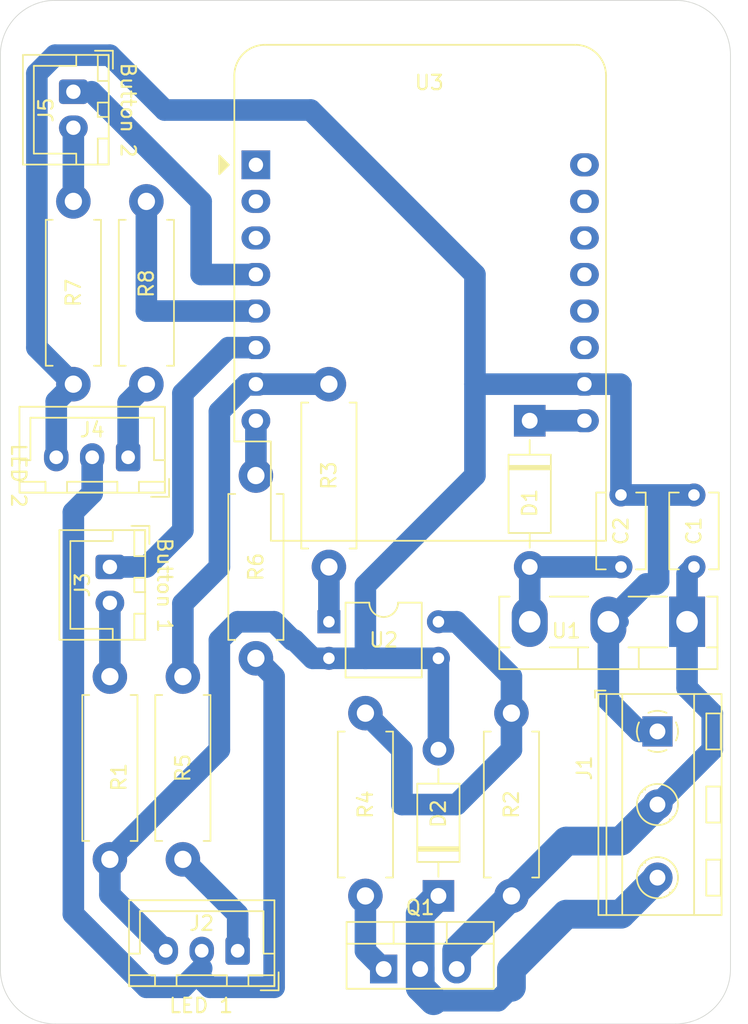
<source format=kicad_pcb>
(kicad_pcb (version 20171130) (host pcbnew "(5.1.8-0-10_14)")

  (general
    (thickness 1.6)
    (drawings 12)
    (tracks 117)
    (zones 0)
    (modules 25)
    (nets 28)
  )

  (page A4)
  (layers
    (0 F.Cu signal)
    (31 B.Cu signal)
    (32 B.Adhes user hide)
    (33 F.Adhes user hide)
    (34 B.Paste user hide)
    (35 F.Paste user hide)
    (36 B.SilkS user hide)
    (37 F.SilkS user)
    (38 B.Mask user hide)
    (39 F.Mask user hide)
    (40 Dwgs.User user hide)
    (41 Cmts.User user hide)
    (42 Eco1.User user hide)
    (43 Eco2.User user hide)
    (44 Edge.Cuts user)
    (45 Margin user hide)
    (46 B.CrtYd user hide)
    (47 F.CrtYd user hide)
    (48 B.Fab user hide)
    (49 F.Fab user hide)
  )

  (setup
    (last_trace_width 0.25)
    (user_trace_width 0.5)
    (user_trace_width 1)
    (user_trace_width 1.5)
    (user_trace_width 2)
    (trace_clearance 0.2)
    (zone_clearance 0.508)
    (zone_45_only no)
    (trace_min 0.2)
    (via_size 0.8)
    (via_drill 0.4)
    (via_min_size 0.4)
    (via_min_drill 0.3)
    (uvia_size 0.3)
    (uvia_drill 0.1)
    (uvias_allowed no)
    (uvia_min_size 0.2)
    (uvia_min_drill 0.1)
    (edge_width 0.05)
    (segment_width 0.2)
    (pcb_text_width 0.3)
    (pcb_text_size 1.5 1.5)
    (mod_edge_width 0.12)
    (mod_text_size 1 1)
    (mod_text_width 0.15)
    (pad_size 1.524 1.524)
    (pad_drill 0.762)
    (pad_to_mask_clearance 0)
    (aux_axis_origin 59.69 128.27)
    (visible_elements FFFFFF7F)
    (pcbplotparams
      (layerselection 0x00000_fffffffe)
      (usegerberextensions false)
      (usegerberattributes true)
      (usegerberadvancedattributes true)
      (creategerberjobfile false)
      (excludeedgelayer true)
      (linewidth 0.100000)
      (plotframeref false)
      (viasonmask false)
      (mode 1)
      (useauxorigin true)
      (hpglpennumber 1)
      (hpglpenspeed 20)
      (hpglpendiameter 15.000000)
      (psnegative false)
      (psa4output false)
      (plotreference true)
      (plotvalue true)
      (plotinvisibletext false)
      (padsonsilk false)
      (subtractmaskfromsilk false)
      (outputformat 1)
      (mirror false)
      (drillshape 0)
      (scaleselection 1)
      (outputdirectory "CAM/"))
  )

  (net 0 "")
  (net 1 +24V)
  (net 2 GND)
  (net 3 "Net-(C2-Pad1)")
  (net 4 +5V)
  (net 5 Load1)
  (net 6 "Net-(J2-Pad1)")
  (net 7 Button1)
  (net 8 "Net-(J3-Pad2)")
  (net 9 "Net-(J4-Pad1)")
  (net 10 "Net-(J5-Pad2)")
  (net 11 Button2)
  (net 12 "Net-(Q1-Pad1)")
  (net 13 "Net-(R2-Pad1)")
  (net 14 "Net-(R3-Pad2)")
  (net 15 Relay1)
  (net 16 +3V3)
  (net 17 Relay2)
  (net 18 "Net-(U3-Pad2)")
  (net 19 "Net-(U3-Pad1)")
  (net 20 "Net-(U3-Pad3)")
  (net 21 "Net-(U3-Pad11)")
  (net 22 "Net-(U3-Pad12)")
  (net 23 "Net-(U3-Pad13)")
  (net 24 "Net-(U3-Pad14)")
  (net 25 "Net-(U3-Pad15)")
  (net 26 "Net-(U3-Pad16)")
  (net 27 PowerLed)

  (net_class Default "This is the default net class."
    (clearance 0.2)
    (trace_width 0.25)
    (via_dia 0.8)
    (via_drill 0.4)
    (uvia_dia 0.3)
    (uvia_drill 0.1)
    (add_net +24V)
    (add_net +3V3)
    (add_net +5V)
    (add_net Button1)
    (add_net Button2)
    (add_net GND)
    (add_net Load1)
    (add_net "Net-(C2-Pad1)")
    (add_net "Net-(J2-Pad1)")
    (add_net "Net-(J3-Pad2)")
    (add_net "Net-(J4-Pad1)")
    (add_net "Net-(J5-Pad2)")
    (add_net "Net-(Q1-Pad1)")
    (add_net "Net-(R2-Pad1)")
    (add_net "Net-(R3-Pad2)")
    (add_net "Net-(U3-Pad1)")
    (add_net "Net-(U3-Pad11)")
    (add_net "Net-(U3-Pad12)")
    (add_net "Net-(U3-Pad13)")
    (add_net "Net-(U3-Pad14)")
    (add_net "Net-(U3-Pad15)")
    (add_net "Net-(U3-Pad16)")
    (add_net "Net-(U3-Pad2)")
    (add_net "Net-(U3-Pad3)")
    (add_net PowerLed)
    (add_net Relay1)
    (add_net Relay2)
  )

  (module MountingHole:MountingHole_3.2mm_M3 (layer F.Cu) (tedit 56D1B4CB) (tstamp 600EFFB5)
    (at 72.39 60.96 270)
    (descr "Mounting Hole 3.2mm, no annular, M3")
    (tags "mounting hole 3.2mm no annular m3")
    (attr virtual)
    (fp_text reference REF** (at 0 -4.2 90) (layer F.SilkS) hide
      (effects (font (size 1 1) (thickness 0.15)))
    )
    (fp_text value MountingHole_3.2mm_M3 (at 0 4.2 90) (layer F.Fab)
      (effects (font (size 1 1) (thickness 0.15)))
    )
    (fp_circle (center 0 0) (end 3.2 0) (layer Cmts.User) (width 0.15))
    (fp_circle (center 0 0) (end 3.45 0) (layer F.CrtYd) (width 0.05))
    (fp_text user %R (at 0.3 0 90) (layer F.Fab)
      (effects (font (size 1 1) (thickness 0.15)))
    )
    (pad 1 np_thru_hole circle (at 0 0 270) (size 3.2 3.2) (drill 3.2) (layers *.Cu *.Mask))
  )

  (module Resistor_THT:R_Axial_DIN0411_L9.9mm_D3.6mm_P12.70mm_Horizontal (layer F.Cu) (tedit 5AE5139B) (tstamp 600CB583)
    (at 72.39 104.14 270)
    (descr "Resistor, Axial_DIN0411 series, Axial, Horizontal, pin pitch=12.7mm, 1W, length*diameter=9.9*3.6mm^2")
    (tags "Resistor Axial_DIN0411 series Axial Horizontal pin pitch 12.7mm 1W length 9.9mm diameter 3.6mm")
    (path /5FCCBB9C)
    (fp_text reference R5 (at 6.35 0 90) (layer F.SilkS)
      (effects (font (size 1 1) (thickness 0.15)))
    )
    (fp_text value 470R (at 6.35 2.92 90) (layer F.Fab)
      (effects (font (size 1 1) (thickness 0.15)))
    )
    (fp_line (start 14.15 -2.05) (end -1.45 -2.05) (layer F.CrtYd) (width 0.05))
    (fp_line (start 14.15 2.05) (end 14.15 -2.05) (layer F.CrtYd) (width 0.05))
    (fp_line (start -1.45 2.05) (end 14.15 2.05) (layer F.CrtYd) (width 0.05))
    (fp_line (start -1.45 -2.05) (end -1.45 2.05) (layer F.CrtYd) (width 0.05))
    (fp_line (start 11.42 1.92) (end 11.42 1.44) (layer F.SilkS) (width 0.12))
    (fp_line (start 1.28 1.92) (end 11.42 1.92) (layer F.SilkS) (width 0.12))
    (fp_line (start 1.28 1.44) (end 1.28 1.92) (layer F.SilkS) (width 0.12))
    (fp_line (start 11.42 -1.92) (end 11.42 -1.44) (layer F.SilkS) (width 0.12))
    (fp_line (start 1.28 -1.92) (end 11.42 -1.92) (layer F.SilkS) (width 0.12))
    (fp_line (start 1.28 -1.44) (end 1.28 -1.92) (layer F.SilkS) (width 0.12))
    (fp_line (start 12.7 0) (end 11.3 0) (layer F.Fab) (width 0.1))
    (fp_line (start 0 0) (end 1.4 0) (layer F.Fab) (width 0.1))
    (fp_line (start 11.3 -1.8) (end 1.4 -1.8) (layer F.Fab) (width 0.1))
    (fp_line (start 11.3 1.8) (end 11.3 -1.8) (layer F.Fab) (width 0.1))
    (fp_line (start 1.4 1.8) (end 11.3 1.8) (layer F.Fab) (width 0.1))
    (fp_line (start 1.4 -1.8) (end 1.4 1.8) (layer F.Fab) (width 0.1))
    (fp_text user %R (at 6.35 0 90) (layer F.Fab)
      (effects (font (size 1 1) (thickness 0.15)))
    )
    (pad 2 thru_hole oval (at 12.7 0 270) (size 2.4 2.4) (drill 1.2) (layers *.Cu *.Mask)
      (net 6 "Net-(J2-Pad1)"))
    (pad 1 thru_hole circle (at 0 0 270) (size 2.4 2.4) (drill 1.2) (layers *.Cu *.Mask)
      (net 15 Relay1))
    (model ${KISYS3DMOD}/Resistor_THT.3dshapes/R_Axial_DIN0411_L9.9mm_D3.6mm_P12.70mm_Horizontal.wrl
      (at (xyz 0 0 0))
      (scale (xyz 1 1 1))
      (rotate (xyz 0 0 0))
    )
  )

  (module MountingHole:MountingHole_3.2mm_M3 (layer F.Cu) (tedit 56D1B4CB) (tstamp 600CA83D)
    (at 106.68 124.46 270)
    (descr "Mounting Hole 3.2mm, no annular, M3")
    (tags "mounting hole 3.2mm no annular m3")
    (attr virtual)
    (fp_text reference REF** (at 0 -4.2 90) (layer F.SilkS) hide
      (effects (font (size 1 1) (thickness 0.15)))
    )
    (fp_text value MountingHole_3.2mm_M3 (at 0 4.2 90) (layer F.Fab)
      (effects (font (size 1 1) (thickness 0.15)))
    )
    (fp_circle (center 0 0) (end 3.45 0) (layer F.CrtYd) (width 0.05))
    (fp_circle (center 0 0) (end 3.2 0) (layer Cmts.User) (width 0.15))
    (fp_text user %R (at 0.3 0 90) (layer F.Fab)
      (effects (font (size 1 1) (thickness 0.15)))
    )
    (pad 1 np_thru_hole circle (at 0 0 270) (size 3.2 3.2) (drill 3.2) (layers *.Cu *.Mask))
  )

  (module Connector_JST:JST_XH_B3B-XH-A_1x03_P2.50mm_Vertical (layer F.Cu) (tedit 5C28146C) (tstamp 600CB51B)
    (at 76.2 123.19 180)
    (descr "JST XH series connector, B3B-XH-A (http://www.jst-mfg.com/product/pdf/eng/eXH.pdf), generated with kicad-footprint-generator")
    (tags "connector JST XH vertical")
    (path /6009BBDD)
    (fp_text reference J2 (at 2.5 1.905) (layer F.SilkS)
      (effects (font (size 1 1) (thickness 0.15)))
    )
    (fp_text value "Button1 LED" (at 2.5 4.6) (layer F.Fab)
      (effects (font (size 1 1) (thickness 0.15)))
    )
    (fp_line (start -2.45 -2.35) (end -2.45 3.4) (layer F.Fab) (width 0.1))
    (fp_line (start -2.45 3.4) (end 7.45 3.4) (layer F.Fab) (width 0.1))
    (fp_line (start 7.45 3.4) (end 7.45 -2.35) (layer F.Fab) (width 0.1))
    (fp_line (start 7.45 -2.35) (end -2.45 -2.35) (layer F.Fab) (width 0.1))
    (fp_line (start -2.56 -2.46) (end -2.56 3.51) (layer F.SilkS) (width 0.12))
    (fp_line (start -2.56 3.51) (end 7.56 3.51) (layer F.SilkS) (width 0.12))
    (fp_line (start 7.56 3.51) (end 7.56 -2.46) (layer F.SilkS) (width 0.12))
    (fp_line (start 7.56 -2.46) (end -2.56 -2.46) (layer F.SilkS) (width 0.12))
    (fp_line (start -2.95 -2.85) (end -2.95 3.9) (layer F.CrtYd) (width 0.05))
    (fp_line (start -2.95 3.9) (end 7.95 3.9) (layer F.CrtYd) (width 0.05))
    (fp_line (start 7.95 3.9) (end 7.95 -2.85) (layer F.CrtYd) (width 0.05))
    (fp_line (start 7.95 -2.85) (end -2.95 -2.85) (layer F.CrtYd) (width 0.05))
    (fp_line (start -0.625 -2.35) (end 0 -1.35) (layer F.Fab) (width 0.1))
    (fp_line (start 0 -1.35) (end 0.625 -2.35) (layer F.Fab) (width 0.1))
    (fp_line (start 0.75 -2.45) (end 0.75 -1.7) (layer F.SilkS) (width 0.12))
    (fp_line (start 0.75 -1.7) (end 4.25 -1.7) (layer F.SilkS) (width 0.12))
    (fp_line (start 4.25 -1.7) (end 4.25 -2.45) (layer F.SilkS) (width 0.12))
    (fp_line (start 4.25 -2.45) (end 0.75 -2.45) (layer F.SilkS) (width 0.12))
    (fp_line (start -2.55 -2.45) (end -2.55 -1.7) (layer F.SilkS) (width 0.12))
    (fp_line (start -2.55 -1.7) (end -0.75 -1.7) (layer F.SilkS) (width 0.12))
    (fp_line (start -0.75 -1.7) (end -0.75 -2.45) (layer F.SilkS) (width 0.12))
    (fp_line (start -0.75 -2.45) (end -2.55 -2.45) (layer F.SilkS) (width 0.12))
    (fp_line (start 5.75 -2.45) (end 5.75 -1.7) (layer F.SilkS) (width 0.12))
    (fp_line (start 5.75 -1.7) (end 7.55 -1.7) (layer F.SilkS) (width 0.12))
    (fp_line (start 7.55 -1.7) (end 7.55 -2.45) (layer F.SilkS) (width 0.12))
    (fp_line (start 7.55 -2.45) (end 5.75 -2.45) (layer F.SilkS) (width 0.12))
    (fp_line (start -2.55 -0.2) (end -1.8 -0.2) (layer F.SilkS) (width 0.12))
    (fp_line (start -1.8 -0.2) (end -1.8 2.75) (layer F.SilkS) (width 0.12))
    (fp_line (start -1.8 2.75) (end 2.5 2.75) (layer F.SilkS) (width 0.12))
    (fp_line (start 7.55 -0.2) (end 6.8 -0.2) (layer F.SilkS) (width 0.12))
    (fp_line (start 6.8 -0.2) (end 6.8 2.75) (layer F.SilkS) (width 0.12))
    (fp_line (start 6.8 2.75) (end 2.5 2.75) (layer F.SilkS) (width 0.12))
    (fp_line (start -1.6 -2.75) (end -2.85 -2.75) (layer F.SilkS) (width 0.12))
    (fp_line (start -2.85 -2.75) (end -2.85 -1.5) (layer F.SilkS) (width 0.12))
    (fp_text user %R (at 2.5 2.7) (layer F.Fab)
      (effects (font (size 1 1) (thickness 0.15)))
    )
    (pad 1 thru_hole roundrect (at 0 0 180) (size 1.7 1.95) (drill 0.95) (layers *.Cu *.Mask) (roundrect_rratio 0.1470588235294118)
      (net 6 "Net-(J2-Pad1)"))
    (pad 2 thru_hole oval (at 2.5 0 180) (size 1.7 1.95) (drill 0.95) (layers *.Cu *.Mask)
      (net 27 PowerLed))
    (pad 3 thru_hole oval (at 5 0 180) (size 1.7 1.95) (drill 0.95) (layers *.Cu *.Mask)
      (net 2 GND))
    (model ${KISYS3DMOD}/Connector_JST.3dshapes/JST_XH_B3B-XH-A_1x03_P2.50mm_Vertical.wrl
      (at (xyz 0 0 0))
      (scale (xyz 1 1 1))
      (rotate (xyz 0 0 0))
    )
  )

  (module MountingHole:MountingHole_3.2mm_M3 (layer F.Cu) (tedit 56D1B4CB) (tstamp 600CA862)
    (at 63.5 124.46 270)
    (descr "Mounting Hole 3.2mm, no annular, M3")
    (tags "mounting hole 3.2mm no annular m3")
    (attr virtual)
    (fp_text reference REF** (at 0 -4.2 90) (layer F.SilkS) hide
      (effects (font (size 1 1) (thickness 0.15)))
    )
    (fp_text value MountingHole_3.2mm_M3 (at 0 4.2 90) (layer F.Fab)
      (effects (font (size 1 1) (thickness 0.15)))
    )
    (fp_circle (center 0 0) (end 3.2 0) (layer Cmts.User) (width 0.15))
    (fp_circle (center 0 0) (end 3.45 0) (layer F.CrtYd) (width 0.05))
    (fp_text user %R (at 0.3 0 90) (layer F.Fab)
      (effects (font (size 1 1) (thickness 0.15)))
    )
    (pad 1 np_thru_hole circle (at 0 0 270) (size 3.2 3.2) (drill 3.2) (layers *.Cu *.Mask))
  )

  (module MountingHole:MountingHole_3.2mm_M3 (layer F.Cu) (tedit 56D1B4CB) (tstamp 600CA854)
    (at 106.68 60.96 270)
    (descr "Mounting Hole 3.2mm, no annular, M3")
    (tags "mounting hole 3.2mm no annular m3")
    (attr virtual)
    (fp_text reference REF** (at 0 -4.2 90) (layer F.SilkS) hide
      (effects (font (size 1 1) (thickness 0.15)))
    )
    (fp_text value MountingHole_3.2mm_M3 (at 0 4.2 90) (layer F.Fab)
      (effects (font (size 1 1) (thickness 0.15)))
    )
    (fp_circle (center 0 0) (end 3.45 0) (layer F.CrtYd) (width 0.05))
    (fp_circle (center 0 0) (end 3.2 0) (layer Cmts.User) (width 0.15))
    (fp_text user %R (at 0.3 0 90) (layer F.Fab)
      (effects (font (size 1 1) (thickness 0.15)))
    )
    (pad 1 np_thru_hole circle (at 0 0 270) (size 3.2 3.2) (drill 3.2) (layers *.Cu *.Mask))
  )

  (module Module:WEMOS_D1_mini_light (layer F.Cu) (tedit 5BBFB1CE) (tstamp 600CA3B4)
    (at 77.47 68.58)
    (descr "16-pin module, column spacing 22.86 mm (900 mils), https://wiki.wemos.cc/products:d1:d1_mini, https://c1.staticflickr.com/1/734/31400410271_f278b087db_z.jpg")
    (tags "ESP8266 WiFi microcontroller")
    (path /5FCC6198)
    (fp_text reference U3 (at 12.065 -5.715) (layer F.SilkS)
      (effects (font (size 1 1) (thickness 0.15)))
    )
    (fp_text value WeMos_D1_mini (at 11.7 0) (layer F.Fab)
      (effects (font (size 1 1) (thickness 0.15)))
    )
    (fp_line (start 1.04 26.12) (end 24.36 26.12) (layer F.SilkS) (width 0.12))
    (fp_line (start -1.5 19.22) (end -1.5 -6.21) (layer F.SilkS) (width 0.12))
    (fp_line (start 24.36 26.12) (end 24.36 -6.21) (layer F.SilkS) (width 0.12))
    (fp_line (start 22.24 -8.34) (end 0.63 -8.34) (layer F.SilkS) (width 0.12))
    (fp_line (start 1.17 25.99) (end 24.23 25.99) (layer F.Fab) (width 0.1))
    (fp_line (start 24.23 25.99) (end 24.23 -6.21) (layer F.Fab) (width 0.1))
    (fp_line (start 22.23 -8.21) (end 0.63 -8.21) (layer F.Fab) (width 0.1))
    (fp_line (start -1.37 1) (end -1.37 19.09) (layer F.Fab) (width 0.1))
    (fp_line (start -1.62 -8.46) (end 24.48 -8.46) (layer F.CrtYd) (width 0.05))
    (fp_line (start 24.48 -8.41) (end 24.48 26.24) (layer F.CrtYd) (width 0.05))
    (fp_line (start 24.48 26.24) (end -1.62 26.24) (layer F.CrtYd) (width 0.05))
    (fp_line (start -1.62 26.24) (end -1.62 -8.46) (layer F.CrtYd) (width 0.05))
    (fp_poly (pts (xy -2.54 -0.635) (xy -2.54 0.635) (xy -1.905 0)) (layer F.SilkS) (width 0.15))
    (fp_line (start -1.35 -1.4) (end 24.25 -1.4) (layer Dwgs.User) (width 0.1))
    (fp_line (start 24.25 -1.4) (end 24.25 -8.2) (layer Dwgs.User) (width 0.1))
    (fp_line (start 24.25 -8.2) (end -1.35 -8.2) (layer Dwgs.User) (width 0.1))
    (fp_line (start -1.35 -8.2) (end -1.35 -1.4) (layer Dwgs.User) (width 0.1))
    (fp_line (start -1.35 -1.4) (end 5.45 -8.2) (layer Dwgs.User) (width 0.1))
    (fp_line (start 0.65 -1.4) (end 7.45 -8.2) (layer Dwgs.User) (width 0.1))
    (fp_line (start 2.65 -1.4) (end 9.45 -8.2) (layer Dwgs.User) (width 0.1))
    (fp_line (start 4.65 -1.4) (end 11.45 -8.2) (layer Dwgs.User) (width 0.1))
    (fp_line (start 6.65 -1.4) (end 13.45 -8.2) (layer Dwgs.User) (width 0.1))
    (fp_line (start 8.65 -1.4) (end 15.45 -8.2) (layer Dwgs.User) (width 0.1))
    (fp_line (start 10.65 -1.4) (end 17.45 -8.2) (layer Dwgs.User) (width 0.1))
    (fp_line (start 12.65 -1.4) (end 19.45 -8.2) (layer Dwgs.User) (width 0.1))
    (fp_line (start 14.65 -1.4) (end 21.45 -8.2) (layer Dwgs.User) (width 0.1))
    (fp_line (start 16.65 -1.4) (end 23.45 -8.2) (layer Dwgs.User) (width 0.1))
    (fp_line (start 18.65 -1.4) (end 24.25 -7) (layer Dwgs.User) (width 0.1))
    (fp_line (start 20.65 -1.4) (end 24.25 -5) (layer Dwgs.User) (width 0.1))
    (fp_line (start 22.65 -1.4) (end 24.25 -3) (layer Dwgs.User) (width 0.1))
    (fp_line (start -1.35 -3.4) (end 3.45 -8.2) (layer Dwgs.User) (width 0.1))
    (fp_line (start -1.3 -5.45) (end 1.45 -8.2) (layer Dwgs.User) (width 0.1))
    (fp_line (start -1.35 -7.4) (end -0.55 -8.2) (layer Dwgs.User) (width 0.1))
    (fp_line (start -1.37 19.09) (end 1.17 19.09) (layer F.Fab) (width 0.1))
    (fp_line (start 1.17 19.09) (end 1.17 25.99) (layer F.Fab) (width 0.1))
    (fp_line (start -1.37 -6.21) (end -1.37 -1) (layer F.Fab) (width 0.1))
    (fp_line (start -1.37 1) (end -0.37 0) (layer F.Fab) (width 0.1))
    (fp_line (start -0.37 0) (end -1.37 -1) (layer F.Fab) (width 0.1))
    (fp_line (start -1.5 19.22) (end 1.04 19.22) (layer F.SilkS) (width 0.12))
    (fp_line (start 1.04 19.22) (end 1.04 26.12) (layer F.SilkS) (width 0.12))
    (fp_text user %R (at 11.43 10) (layer F.Fab)
      (effects (font (size 1 1) (thickness 0.15)))
    )
    (fp_arc (start 0.63 -6.21) (end 0.63 -8.21) (angle -90) (layer F.Fab) (width 0.1))
    (fp_arc (start 22.23 -6.21) (end 24.23 -6.19) (angle -90) (layer F.Fab) (width 0.1))
    (fp_arc (start 0.63 -6.21) (end 0.63 -8.34) (angle -90) (layer F.SilkS) (width 0.12))
    (fp_arc (start 22.23 -6.21) (end 24.36 -6.21) (angle -90) (layer F.SilkS) (width 0.12))
    (fp_text user "KEEP OUT" (at 11.43 -6.35) (layer Cmts.User)
      (effects (font (size 1 1) (thickness 0.15)))
    )
    (fp_text user "No copper" (at 11.43 -3.81 90) (layer Cmts.User)
      (effects (font (size 1 1) (thickness 0.15)))
    )
    (pad 2 thru_hole oval (at 0 2.54) (size 2 1.6) (drill 1) (layers *.Cu *.Mask)
      (net 18 "Net-(U3-Pad2)"))
    (pad 1 thru_hole rect (at 0 0) (size 2 2) (drill 1) (layers *.Cu *.Mask)
      (net 19 "Net-(U3-Pad1)"))
    (pad 3 thru_hole oval (at 0 5.08) (size 2 1.6) (drill 1) (layers *.Cu *.Mask)
      (net 20 "Net-(U3-Pad3)"))
    (pad 4 thru_hole oval (at 0 7.62) (size 2 1.6) (drill 1) (layers *.Cu *.Mask)
      (net 11 Button2))
    (pad 5 thru_hole oval (at 0 10.16) (size 2 1.6) (drill 1) (layers *.Cu *.Mask)
      (net 17 Relay2))
    (pad 6 thru_hole oval (at 0 12.7) (size 2 1.6) (drill 1) (layers *.Cu *.Mask)
      (net 7 Button1))
    (pad 7 thru_hole oval (at 0 15.24) (size 2 1.6) (drill 1) (layers *.Cu *.Mask)
      (net 15 Relay1))
    (pad 8 thru_hole oval (at 0 17.78) (size 2 1.6) (drill 1) (layers *.Cu *.Mask)
      (net 16 +3V3))
    (pad 9 thru_hole oval (at 22.86 17.78) (size 2 1.6) (drill 1) (layers *.Cu *.Mask)
      (net 4 +5V))
    (pad 10 thru_hole oval (at 22.86 15.24) (size 2 1.6) (drill 1) (layers *.Cu *.Mask)
      (net 2 GND))
    (pad 11 thru_hole oval (at 22.86 12.7) (size 2 1.6) (drill 1) (layers *.Cu *.Mask)
      (net 21 "Net-(U3-Pad11)"))
    (pad 12 thru_hole oval (at 22.86 10.16) (size 2 1.6) (drill 1) (layers *.Cu *.Mask)
      (net 22 "Net-(U3-Pad12)"))
    (pad 13 thru_hole oval (at 22.86 7.62) (size 2 1.6) (drill 1) (layers *.Cu *.Mask)
      (net 23 "Net-(U3-Pad13)"))
    (pad 14 thru_hole oval (at 22.86 5.08) (size 2 1.6) (drill 1) (layers *.Cu *.Mask)
      (net 24 "Net-(U3-Pad14)"))
    (pad 15 thru_hole oval (at 22.86 2.54) (size 2 1.6) (drill 1) (layers *.Cu *.Mask)
      (net 25 "Net-(U3-Pad15)"))
    (pad 16 thru_hole oval (at 22.86 0) (size 2 1.6) (drill 1) (layers *.Cu *.Mask)
      (net 26 "Net-(U3-Pad16)"))
    (model ${KISYS3DMOD}/Module.3dshapes/WEMOS_D1_mini_light.wrl
      (at (xyz 0 0 0))
      (scale (xyz 1 1 1))
      (rotate (xyz 0 0 0))
    )
    (model ${KISYS3DMOD}/Connector_PinHeader_2.54mm.3dshapes/PinHeader_1x08_P2.54mm_Vertical.wrl
      (offset (xyz 0 0 9.5))
      (scale (xyz 1 1 1))
      (rotate (xyz 0 -180 0))
    )
    (model ${KISYS3DMOD}/Connector_PinHeader_2.54mm.3dshapes/PinHeader_1x08_P2.54mm_Vertical.wrl
      (offset (xyz 22.86 0 9.5))
      (scale (xyz 1 1 1))
      (rotate (xyz 0 -180 0))
    )
    (model ${KISYS3DMOD}/Connector_PinSocket_2.54mm.3dshapes/PinSocket_1x08_P2.54mm_Vertical.wrl
      (at (xyz 0 0 0))
      (scale (xyz 1 1 1))
      (rotate (xyz 0 0 0))
    )
    (model ${KISYS3DMOD}/Connector_PinSocket_2.54mm.3dshapes/PinSocket_1x08_P2.54mm_Vertical.wrl
      (offset (xyz 22.86 0 0))
      (scale (xyz 1 1 1))
      (rotate (xyz 0 0 0))
    )
  )

  (module Connector_JST:JST_XH_B3B-XH-A_1x03_P2.50mm_Vertical (layer F.Cu) (tedit 5C28146C) (tstamp 600A2449)
    (at 68.58 88.9 180)
    (descr "JST XH series connector, B3B-XH-A (http://www.jst-mfg.com/product/pdf/eng/eXH.pdf), generated with kicad-footprint-generator")
    (tags "connector JST XH vertical")
    (path /600DC6B7)
    (fp_text reference J4 (at 2.5 1.905) (layer F.SilkS)
      (effects (font (size 1 1) (thickness 0.15)))
    )
    (fp_text value "Button2 LED" (at 2.5 4.6) (layer F.Fab)
      (effects (font (size 1 1) (thickness 0.15)))
    )
    (fp_line (start -2.85 -2.75) (end -2.85 -1.5) (layer F.SilkS) (width 0.12))
    (fp_line (start -1.6 -2.75) (end -2.85 -2.75) (layer F.SilkS) (width 0.12))
    (fp_line (start 6.8 2.75) (end 2.5 2.75) (layer F.SilkS) (width 0.12))
    (fp_line (start 6.8 -0.2) (end 6.8 2.75) (layer F.SilkS) (width 0.12))
    (fp_line (start 7.55 -0.2) (end 6.8 -0.2) (layer F.SilkS) (width 0.12))
    (fp_line (start -1.8 2.75) (end 2.5 2.75) (layer F.SilkS) (width 0.12))
    (fp_line (start -1.8 -0.2) (end -1.8 2.75) (layer F.SilkS) (width 0.12))
    (fp_line (start -2.55 -0.2) (end -1.8 -0.2) (layer F.SilkS) (width 0.12))
    (fp_line (start 7.55 -2.45) (end 5.75 -2.45) (layer F.SilkS) (width 0.12))
    (fp_line (start 7.55 -1.7) (end 7.55 -2.45) (layer F.SilkS) (width 0.12))
    (fp_line (start 5.75 -1.7) (end 7.55 -1.7) (layer F.SilkS) (width 0.12))
    (fp_line (start 5.75 -2.45) (end 5.75 -1.7) (layer F.SilkS) (width 0.12))
    (fp_line (start -0.75 -2.45) (end -2.55 -2.45) (layer F.SilkS) (width 0.12))
    (fp_line (start -0.75 -1.7) (end -0.75 -2.45) (layer F.SilkS) (width 0.12))
    (fp_line (start -2.55 -1.7) (end -0.75 -1.7) (layer F.SilkS) (width 0.12))
    (fp_line (start -2.55 -2.45) (end -2.55 -1.7) (layer F.SilkS) (width 0.12))
    (fp_line (start 4.25 -2.45) (end 0.75 -2.45) (layer F.SilkS) (width 0.12))
    (fp_line (start 4.25 -1.7) (end 4.25 -2.45) (layer F.SilkS) (width 0.12))
    (fp_line (start 0.75 -1.7) (end 4.25 -1.7) (layer F.SilkS) (width 0.12))
    (fp_line (start 0.75 -2.45) (end 0.75 -1.7) (layer F.SilkS) (width 0.12))
    (fp_line (start 0 -1.35) (end 0.625 -2.35) (layer F.Fab) (width 0.1))
    (fp_line (start -0.625 -2.35) (end 0 -1.35) (layer F.Fab) (width 0.1))
    (fp_line (start 7.95 -2.85) (end -2.95 -2.85) (layer F.CrtYd) (width 0.05))
    (fp_line (start 7.95 3.9) (end 7.95 -2.85) (layer F.CrtYd) (width 0.05))
    (fp_line (start -2.95 3.9) (end 7.95 3.9) (layer F.CrtYd) (width 0.05))
    (fp_line (start -2.95 -2.85) (end -2.95 3.9) (layer F.CrtYd) (width 0.05))
    (fp_line (start 7.56 -2.46) (end -2.56 -2.46) (layer F.SilkS) (width 0.12))
    (fp_line (start 7.56 3.51) (end 7.56 -2.46) (layer F.SilkS) (width 0.12))
    (fp_line (start -2.56 3.51) (end 7.56 3.51) (layer F.SilkS) (width 0.12))
    (fp_line (start -2.56 -2.46) (end -2.56 3.51) (layer F.SilkS) (width 0.12))
    (fp_line (start 7.45 -2.35) (end -2.45 -2.35) (layer F.Fab) (width 0.1))
    (fp_line (start 7.45 3.4) (end 7.45 -2.35) (layer F.Fab) (width 0.1))
    (fp_line (start -2.45 3.4) (end 7.45 3.4) (layer F.Fab) (width 0.1))
    (fp_line (start -2.45 -2.35) (end -2.45 3.4) (layer F.Fab) (width 0.1))
    (fp_text user %R (at 2.5 2.7) (layer F.Fab)
      (effects (font (size 1 1) (thickness 0.15)))
    )
    (pad 3 thru_hole oval (at 5 0 180) (size 1.7 1.95) (drill 0.95) (layers *.Cu *.Mask)
      (net 2 GND))
    (pad 2 thru_hole oval (at 2.5 0 180) (size 1.7 1.95) (drill 0.95) (layers *.Cu *.Mask)
      (net 27 PowerLed))
    (pad 1 thru_hole roundrect (at 0 0 180) (size 1.7 1.95) (drill 0.95) (layers *.Cu *.Mask) (roundrect_rratio 0.1470588235294118)
      (net 9 "Net-(J4-Pad1)"))
    (model ${KISYS3DMOD}/Connector_JST.3dshapes/JST_XH_B3B-XH-A_1x03_P2.50mm_Vertical.wrl
      (at (xyz 0 0 0))
      (scale (xyz 1 1 1))
      (rotate (xyz 0 0 0))
    )
  )

  (module Capacitor_THT:C_Disc_D5.1mm_W3.2mm_P5.00mm (layer F.Cu) (tedit 5AE50EF0) (tstamp 600A47C8)
    (at 107.95 96.52 90)
    (descr "C, Disc series, Radial, pin pitch=5.00mm, , diameter*width=5.1*3.2mm^2, Capacitor, http://www.vishay.com/docs/45233/krseries.pdf")
    (tags "C Disc series Radial pin pitch 5.00mm  diameter 5.1mm width 3.2mm Capacitor")
    (path /5FCD40C5)
    (fp_text reference C1 (at 2.5 0 90) (layer F.SilkS)
      (effects (font (size 1 1) (thickness 0.15)))
    )
    (fp_text value 0.33uf (at 2.5 2.85 90) (layer F.Fab)
      (effects (font (size 1 1) (thickness 0.15)))
    )
    (fp_line (start -0.05 -1.6) (end -0.05 1.6) (layer F.Fab) (width 0.1))
    (fp_line (start -0.05 1.6) (end 5.05 1.6) (layer F.Fab) (width 0.1))
    (fp_line (start 5.05 1.6) (end 5.05 -1.6) (layer F.Fab) (width 0.1))
    (fp_line (start 5.05 -1.6) (end -0.05 -1.6) (layer F.Fab) (width 0.1))
    (fp_line (start -0.17 -1.721) (end 5.17 -1.721) (layer F.SilkS) (width 0.12))
    (fp_line (start -0.17 1.721) (end 5.17 1.721) (layer F.SilkS) (width 0.12))
    (fp_line (start -0.17 -1.721) (end -0.17 -1.055) (layer F.SilkS) (width 0.12))
    (fp_line (start -0.17 1.055) (end -0.17 1.721) (layer F.SilkS) (width 0.12))
    (fp_line (start 5.17 -1.721) (end 5.17 -1.055) (layer F.SilkS) (width 0.12))
    (fp_line (start 5.17 1.055) (end 5.17 1.721) (layer F.SilkS) (width 0.12))
    (fp_line (start -1.05 -1.85) (end -1.05 1.85) (layer F.CrtYd) (width 0.05))
    (fp_line (start -1.05 1.85) (end 6.05 1.85) (layer F.CrtYd) (width 0.05))
    (fp_line (start 6.05 1.85) (end 6.05 -1.85) (layer F.CrtYd) (width 0.05))
    (fp_line (start 6.05 -1.85) (end -1.05 -1.85) (layer F.CrtYd) (width 0.05))
    (fp_text user %R (at 2.5 0 90) (layer F.Fab)
      (effects (font (size 1 1) (thickness 0.15)))
    )
    (pad 1 thru_hole circle (at 0 0 90) (size 1.6 1.6) (drill 0.8) (layers *.Cu *.Mask)
      (net 1 +24V))
    (pad 2 thru_hole circle (at 5 0 90) (size 1.6 1.6) (drill 0.8) (layers *.Cu *.Mask)
      (net 2 GND))
    (model ${KISYS3DMOD}/Capacitor_THT.3dshapes/C_Disc_D5.1mm_W3.2mm_P5.00mm.wrl
      (at (xyz 0 0 0))
      (scale (xyz 1 1 1))
      (rotate (xyz 0 0 0))
    )
  )

  (module Capacitor_THT:C_Disc_D5.1mm_W3.2mm_P5.00mm (layer F.Cu) (tedit 5AE50EF0) (tstamp 600A2933)
    (at 102.87 96.52 90)
    (descr "C, Disc series, Radial, pin pitch=5.00mm, , diameter*width=5.1*3.2mm^2, Capacitor, http://www.vishay.com/docs/45233/krseries.pdf")
    (tags "C Disc series Radial pin pitch 5.00mm  diameter 5.1mm width 3.2mm Capacitor")
    (path /5FCD4856)
    (fp_text reference C2 (at 2.5 0 90) (layer F.SilkS)
      (effects (font (size 1 1) (thickness 0.15)))
    )
    (fp_text value 0.1uf (at 2.5 2.85 90) (layer F.Fab)
      (effects (font (size 1 1) (thickness 0.15)))
    )
    (fp_line (start 6.05 -1.85) (end -1.05 -1.85) (layer F.CrtYd) (width 0.05))
    (fp_line (start 6.05 1.85) (end 6.05 -1.85) (layer F.CrtYd) (width 0.05))
    (fp_line (start -1.05 1.85) (end 6.05 1.85) (layer F.CrtYd) (width 0.05))
    (fp_line (start -1.05 -1.85) (end -1.05 1.85) (layer F.CrtYd) (width 0.05))
    (fp_line (start 5.17 1.055) (end 5.17 1.721) (layer F.SilkS) (width 0.12))
    (fp_line (start 5.17 -1.721) (end 5.17 -1.055) (layer F.SilkS) (width 0.12))
    (fp_line (start -0.17 1.055) (end -0.17 1.721) (layer F.SilkS) (width 0.12))
    (fp_line (start -0.17 -1.721) (end -0.17 -1.055) (layer F.SilkS) (width 0.12))
    (fp_line (start -0.17 1.721) (end 5.17 1.721) (layer F.SilkS) (width 0.12))
    (fp_line (start -0.17 -1.721) (end 5.17 -1.721) (layer F.SilkS) (width 0.12))
    (fp_line (start 5.05 -1.6) (end -0.05 -1.6) (layer F.Fab) (width 0.1))
    (fp_line (start 5.05 1.6) (end 5.05 -1.6) (layer F.Fab) (width 0.1))
    (fp_line (start -0.05 1.6) (end 5.05 1.6) (layer F.Fab) (width 0.1))
    (fp_line (start -0.05 -1.6) (end -0.05 1.6) (layer F.Fab) (width 0.1))
    (fp_text user %R (at 2.5 0 90) (layer F.Fab)
      (effects (font (size 1 1) (thickness 0.15)))
    )
    (pad 2 thru_hole circle (at 5 0 90) (size 1.6 1.6) (drill 0.8) (layers *.Cu *.Mask)
      (net 2 GND))
    (pad 1 thru_hole circle (at 0 0 90) (size 1.6 1.6) (drill 0.8) (layers *.Cu *.Mask)
      (net 3 "Net-(C2-Pad1)"))
    (model ${KISYS3DMOD}/Capacitor_THT.3dshapes/C_Disc_D5.1mm_W3.2mm_P5.00mm.wrl
      (at (xyz 0 0 0))
      (scale (xyz 1 1 1))
      (rotate (xyz 0 0 0))
    )
  )

  (module Diode_THT:D_DO-41_SOD81_P10.16mm_Horizontal (layer F.Cu) (tedit 5AE50CD5) (tstamp 600A2F21)
    (at 96.52 86.36 270)
    (descr "Diode, DO-41_SOD81 series, Axial, Horizontal, pin pitch=10.16mm, , length*diameter=5.2*2.7mm^2, , http://www.diodes.com/_files/packages/DO-41%20(Plastic).pdf")
    (tags "Diode DO-41_SOD81 series Axial Horizontal pin pitch 10.16mm  length 5.2mm diameter 2.7mm")
    (path /5FD171A4)
    (fp_text reference D1 (at 5.715 0 90) (layer F.SilkS)
      (effects (font (size 1 1) (thickness 0.15)))
    )
    (fp_text value 1N4001 (at 5.08 2.47 90) (layer F.Fab)
      (effects (font (size 1 1) (thickness 0.15)))
    )
    (fp_line (start 11.51 -1.6) (end -1.35 -1.6) (layer F.CrtYd) (width 0.05))
    (fp_line (start 11.51 1.6) (end 11.51 -1.6) (layer F.CrtYd) (width 0.05))
    (fp_line (start -1.35 1.6) (end 11.51 1.6) (layer F.CrtYd) (width 0.05))
    (fp_line (start -1.35 -1.6) (end -1.35 1.6) (layer F.CrtYd) (width 0.05))
    (fp_line (start 3.14 -1.47) (end 3.14 1.47) (layer F.SilkS) (width 0.12))
    (fp_line (start 3.38 -1.47) (end 3.38 1.47) (layer F.SilkS) (width 0.12))
    (fp_line (start 3.26 -1.47) (end 3.26 1.47) (layer F.SilkS) (width 0.12))
    (fp_line (start 8.82 0) (end 7.8 0) (layer F.SilkS) (width 0.12))
    (fp_line (start 1.34 0) (end 2.36 0) (layer F.SilkS) (width 0.12))
    (fp_line (start 7.8 -1.47) (end 2.36 -1.47) (layer F.SilkS) (width 0.12))
    (fp_line (start 7.8 1.47) (end 7.8 -1.47) (layer F.SilkS) (width 0.12))
    (fp_line (start 2.36 1.47) (end 7.8 1.47) (layer F.SilkS) (width 0.12))
    (fp_line (start 2.36 -1.47) (end 2.36 1.47) (layer F.SilkS) (width 0.12))
    (fp_line (start 3.16 -1.35) (end 3.16 1.35) (layer F.Fab) (width 0.1))
    (fp_line (start 3.36 -1.35) (end 3.36 1.35) (layer F.Fab) (width 0.1))
    (fp_line (start 3.26 -1.35) (end 3.26 1.35) (layer F.Fab) (width 0.1))
    (fp_line (start 10.16 0) (end 7.68 0) (layer F.Fab) (width 0.1))
    (fp_line (start 0 0) (end 2.48 0) (layer F.Fab) (width 0.1))
    (fp_line (start 7.68 -1.35) (end 2.48 -1.35) (layer F.Fab) (width 0.1))
    (fp_line (start 7.68 1.35) (end 7.68 -1.35) (layer F.Fab) (width 0.1))
    (fp_line (start 2.48 1.35) (end 7.68 1.35) (layer F.Fab) (width 0.1))
    (fp_line (start 2.48 -1.35) (end 2.48 1.35) (layer F.Fab) (width 0.1))
    (fp_text user K (at 0 -2.1 90) (layer F.Fab)
      (effects (font (size 1 1) (thickness 0.15)))
    )
    (fp_text user %R (at 5.47 0 90) (layer F.Fab)
      (effects (font (size 1 1) (thickness 0.15)))
    )
    (pad 2 thru_hole oval (at 10.16 0 270) (size 2.2 2.2) (drill 1.1) (layers *.Cu *.Mask)
      (net 3 "Net-(C2-Pad1)"))
    (pad 1 thru_hole rect (at 0 0 270) (size 2.2 2.2) (drill 1.1) (layers *.Cu *.Mask)
      (net 4 +5V))
    (model ${KISYS3DMOD}/Diode_THT.3dshapes/D_DO-41_SOD81_P10.16mm_Horizontal.wrl
      (at (xyz 0 0 0))
      (scale (xyz 1 1 1))
      (rotate (xyz 0 0 0))
    )
  )

  (module Diode_THT:D_DO-41_SOD81_P10.16mm_Horizontal (layer F.Cu) (tedit 5AE50CD5) (tstamp 600B4894)
    (at 90.17 119.38 90)
    (descr "Diode, DO-41_SOD81 series, Axial, Horizontal, pin pitch=10.16mm, , length*diameter=5.2*2.7mm^2, , http://www.diodes.com/_files/packages/DO-41%20(Plastic).pdf")
    (tags "Diode DO-41_SOD81 series Axial Horizontal pin pitch 10.16mm  length 5.2mm diameter 2.7mm")
    (path /5FE1A5B8)
    (fp_text reference D2 (at 5.715 0 90) (layer F.SilkS)
      (effects (font (size 1 1) (thickness 0.15)))
    )
    (fp_text value 1N4007 (at 5.08 2.47 90) (layer F.Fab)
      (effects (font (size 1 1) (thickness 0.15)))
    )
    (fp_line (start 2.48 -1.35) (end 2.48 1.35) (layer F.Fab) (width 0.1))
    (fp_line (start 2.48 1.35) (end 7.68 1.35) (layer F.Fab) (width 0.1))
    (fp_line (start 7.68 1.35) (end 7.68 -1.35) (layer F.Fab) (width 0.1))
    (fp_line (start 7.68 -1.35) (end 2.48 -1.35) (layer F.Fab) (width 0.1))
    (fp_line (start 0 0) (end 2.48 0) (layer F.Fab) (width 0.1))
    (fp_line (start 10.16 0) (end 7.68 0) (layer F.Fab) (width 0.1))
    (fp_line (start 3.26 -1.35) (end 3.26 1.35) (layer F.Fab) (width 0.1))
    (fp_line (start 3.36 -1.35) (end 3.36 1.35) (layer F.Fab) (width 0.1))
    (fp_line (start 3.16 -1.35) (end 3.16 1.35) (layer F.Fab) (width 0.1))
    (fp_line (start 2.36 -1.47) (end 2.36 1.47) (layer F.SilkS) (width 0.12))
    (fp_line (start 2.36 1.47) (end 7.8 1.47) (layer F.SilkS) (width 0.12))
    (fp_line (start 7.8 1.47) (end 7.8 -1.47) (layer F.SilkS) (width 0.12))
    (fp_line (start 7.8 -1.47) (end 2.36 -1.47) (layer F.SilkS) (width 0.12))
    (fp_line (start 1.34 0) (end 2.36 0) (layer F.SilkS) (width 0.12))
    (fp_line (start 8.82 0) (end 7.8 0) (layer F.SilkS) (width 0.12))
    (fp_line (start 3.26 -1.47) (end 3.26 1.47) (layer F.SilkS) (width 0.12))
    (fp_line (start 3.38 -1.47) (end 3.38 1.47) (layer F.SilkS) (width 0.12))
    (fp_line (start 3.14 -1.47) (end 3.14 1.47) (layer F.SilkS) (width 0.12))
    (fp_line (start -1.35 -1.6) (end -1.35 1.6) (layer F.CrtYd) (width 0.05))
    (fp_line (start -1.35 1.6) (end 11.51 1.6) (layer F.CrtYd) (width 0.05))
    (fp_line (start 11.51 1.6) (end 11.51 -1.6) (layer F.CrtYd) (width 0.05))
    (fp_line (start 11.51 -1.6) (end -1.35 -1.6) (layer F.CrtYd) (width 0.05))
    (fp_text user %R (at 5.47 0 90) (layer F.Fab)
      (effects (font (size 1 1) (thickness 0.15)))
    )
    (fp_text user K (at 0 -2.1 90) (layer F.Fab)
      (effects (font (size 1 1) (thickness 0.15)))
    )
    (pad 1 thru_hole rect (at 0 0 90) (size 2.2 2.2) (drill 1.1) (layers *.Cu *.Mask)
      (net 5 Load1))
    (pad 2 thru_hole oval (at 10.16 0 90) (size 2.2 2.2) (drill 1.1) (layers *.Cu *.Mask)
      (net 2 GND))
    (model ${KISYS3DMOD}/Diode_THT.3dshapes/D_DO-41_SOD81_P10.16mm_Horizontal.wrl
      (at (xyz 0 0 0))
      (scale (xyz 1 1 1))
      (rotate (xyz 0 0 0))
    )
  )

  (module TerminalBlock_RND:TerminalBlock_RND_205-00233_1x03_P5.08mm_Horizontal (layer F.Cu) (tedit 5B294F40) (tstamp 600F00D6)
    (at 105.41 107.95 270)
    (descr "terminal block RND 205-00233, 3 pins, pitch 5.08mm, size 15.2x8.45mm^2, drill diamater 1.1mm, pad diameter 2.1mm, see http://cdn-reichelt.de/documents/datenblatt/C151/RND_205-00232_DB_EN.pdf, script-generated using https://github.com/pointhi/kicad-footprint-generator/scripts/TerminalBlock_RND")
    (tags "THT terminal block RND 205-00233 pitch 5.08mm size 15.2x8.45mm^2 drill 1.1mm pad 2.1mm")
    (path /5FDAE4AF)
    (fp_text reference J1 (at 2.54 5.08 90) (layer F.SilkS)
      (effects (font (size 1 1) (thickness 0.15)))
    )
    (fp_text value Screw_Terminal_01x03 (at 5.08 5.11 90) (layer F.Fab)
      (effects (font (size 1 1) (thickness 0.15)))
    )
    (fp_circle (center 0 0) (end 1.25 0) (layer F.Fab) (width 0.1))
    (fp_circle (center 5.08 0) (end 6.33 0) (layer F.Fab) (width 0.1))
    (fp_circle (center 5.08 0) (end 6.51 0) (layer F.SilkS) (width 0.12))
    (fp_circle (center 10.16 0) (end 11.41 0) (layer F.Fab) (width 0.1))
    (fp_circle (center 10.16 0) (end 11.59 0) (layer F.SilkS) (width 0.12))
    (fp_line (start -2.54 -4.4) (end 12.7 -4.4) (layer F.Fab) (width 0.1))
    (fp_line (start 12.7 -4.4) (end 12.7 4.05) (layer F.Fab) (width 0.1))
    (fp_line (start 12.7 4.05) (end -2.04 4.05) (layer F.Fab) (width 0.1))
    (fp_line (start -2.04 4.05) (end -2.54 3.55) (layer F.Fab) (width 0.1))
    (fp_line (start -2.54 3.55) (end -2.54 -4.4) (layer F.Fab) (width 0.1))
    (fp_line (start -2.54 3.55) (end 12.7 3.55) (layer F.Fab) (width 0.1))
    (fp_line (start -2.6 3.55) (end 12.76 3.55) (layer F.SilkS) (width 0.12))
    (fp_line (start -2.54 2.45) (end 12.7 2.45) (layer F.Fab) (width 0.1))
    (fp_line (start -2.6 2.45) (end 12.76 2.45) (layer F.SilkS) (width 0.12))
    (fp_line (start -2.54 -2.55) (end 12.7 -2.55) (layer F.Fab) (width 0.1))
    (fp_line (start -2.6 -2.55) (end 12.76 -2.55) (layer F.SilkS) (width 0.12))
    (fp_line (start -2.6 -4.46) (end 12.76 -4.46) (layer F.SilkS) (width 0.12))
    (fp_line (start -2.6 4.11) (end 12.76 4.11) (layer F.SilkS) (width 0.12))
    (fp_line (start -2.6 -4.46) (end -2.6 4.11) (layer F.SilkS) (width 0.12))
    (fp_line (start 12.76 -4.46) (end 12.76 4.11) (layer F.SilkS) (width 0.12))
    (fp_line (start 0.949 -0.796) (end -0.796 0.948) (layer F.Fab) (width 0.1))
    (fp_line (start 0.796 -0.948) (end -0.949 0.796) (layer F.Fab) (width 0.1))
    (fp_line (start -1.25 -4.4) (end -1.25 -3.4) (layer F.Fab) (width 0.1))
    (fp_line (start -1.25 -3.4) (end 1.25 -3.4) (layer F.Fab) (width 0.1))
    (fp_line (start 1.25 -3.4) (end 1.25 -4.4) (layer F.Fab) (width 0.1))
    (fp_line (start 1.25 -4.4) (end -1.25 -4.4) (layer F.Fab) (width 0.1))
    (fp_line (start -1.25 -4.4) (end 1.25 -4.4) (layer F.SilkS) (width 0.12))
    (fp_line (start -1.25 -3.4) (end 1.25 -3.4) (layer F.SilkS) (width 0.12))
    (fp_line (start -1.25 -4.4) (end -1.25 -3.4) (layer F.SilkS) (width 0.12))
    (fp_line (start 1.25 -4.4) (end 1.25 -3.4) (layer F.SilkS) (width 0.12))
    (fp_line (start 6.029 -0.796) (end 4.285 0.948) (layer F.Fab) (width 0.1))
    (fp_line (start 5.876 -0.948) (end 4.132 0.796) (layer F.Fab) (width 0.1))
    (fp_line (start 6.165 -0.91) (end 6.105 -0.851) (layer F.SilkS) (width 0.12))
    (fp_line (start 4.21 1.045) (end 4.17 1.085) (layer F.SilkS) (width 0.12))
    (fp_line (start 5.991 -1.085) (end 5.951 -1.045) (layer F.SilkS) (width 0.12))
    (fp_line (start 4.056 0.85) (end 3.996 0.91) (layer F.SilkS) (width 0.12))
    (fp_line (start 3.83 -4.4) (end 3.83 -3.4) (layer F.Fab) (width 0.1))
    (fp_line (start 3.83 -3.4) (end 6.33 -3.4) (layer F.Fab) (width 0.1))
    (fp_line (start 6.33 -3.4) (end 6.33 -4.4) (layer F.Fab) (width 0.1))
    (fp_line (start 6.33 -4.4) (end 3.83 -4.4) (layer F.Fab) (width 0.1))
    (fp_line (start 3.83 -4.4) (end 6.33 -4.4) (layer F.SilkS) (width 0.12))
    (fp_line (start 3.83 -3.4) (end 6.33 -3.4) (layer F.SilkS) (width 0.12))
    (fp_line (start 3.83 -4.4) (end 3.83 -3.4) (layer F.SilkS) (width 0.12))
    (fp_line (start 6.33 -4.4) (end 6.33 -3.4) (layer F.SilkS) (width 0.12))
    (fp_line (start 11.109 -0.796) (end 9.365 0.948) (layer F.Fab) (width 0.1))
    (fp_line (start 10.956 -0.948) (end 9.212 0.796) (layer F.Fab) (width 0.1))
    (fp_line (start 11.245 -0.91) (end 11.185 -0.851) (layer F.SilkS) (width 0.12))
    (fp_line (start 9.29 1.045) (end 9.25 1.085) (layer F.SilkS) (width 0.12))
    (fp_line (start 11.071 -1.085) (end 11.031 -1.045) (layer F.SilkS) (width 0.12))
    (fp_line (start 9.136 0.85) (end 9.076 0.91) (layer F.SilkS) (width 0.12))
    (fp_line (start 8.91 -4.4) (end 8.91 -3.4) (layer F.Fab) (width 0.1))
    (fp_line (start 8.91 -3.4) (end 11.41 -3.4) (layer F.Fab) (width 0.1))
    (fp_line (start 11.41 -3.4) (end 11.41 -4.4) (layer F.Fab) (width 0.1))
    (fp_line (start 11.41 -4.4) (end 8.91 -4.4) (layer F.Fab) (width 0.1))
    (fp_line (start 8.91 -4.4) (end 11.41 -4.4) (layer F.SilkS) (width 0.12))
    (fp_line (start 8.91 -3.4) (end 11.41 -3.4) (layer F.SilkS) (width 0.12))
    (fp_line (start 8.91 -4.4) (end 8.91 -3.4) (layer F.SilkS) (width 0.12))
    (fp_line (start 11.41 -4.4) (end 11.41 -3.4) (layer F.SilkS) (width 0.12))
    (fp_line (start -2.84 3.61) (end -2.84 4.35) (layer F.SilkS) (width 0.12))
    (fp_line (start -2.84 4.35) (end -2.34 4.35) (layer F.SilkS) (width 0.12))
    (fp_line (start -3.04 -4.9) (end -3.04 4.55) (layer F.CrtYd) (width 0.05))
    (fp_line (start -3.04 4.55) (end 13.21 4.55) (layer F.CrtYd) (width 0.05))
    (fp_line (start 13.21 4.55) (end 13.21 -4.9) (layer F.CrtYd) (width 0.05))
    (fp_line (start 13.21 -4.9) (end -3.04 -4.9) (layer F.CrtYd) (width 0.05))
    (fp_arc (start 0 0) (end 0 1.43) (angle -26) (layer F.SilkS) (width 0.12))
    (fp_arc (start 0 0) (end 1.286 0.627) (angle -52) (layer F.SilkS) (width 0.12))
    (fp_arc (start 0 0) (end 0.627 -1.286) (angle -52) (layer F.SilkS) (width 0.12))
    (fp_arc (start 0 0) (end -1.286 -0.628) (angle -52) (layer F.SilkS) (width 0.12))
    (fp_arc (start 0 0) (end -0.628 1.286) (angle -27) (layer F.SilkS) (width 0.12))
    (fp_text user %R (at 5.08 -5.46 90) (layer F.Fab)
      (effects (font (size 1 1) (thickness 0.15)))
    )
    (pad 1 thru_hole rect (at 0 0 270) (size 2.1 2.1) (drill 1.1) (layers *.Cu *.Mask)
      (net 2 GND))
    (pad 2 thru_hole circle (at 5.08 0 270) (size 2.1 2.1) (drill 1.1) (layers *.Cu *.Mask)
      (net 1 +24V))
    (pad 3 thru_hole circle (at 10.16 0 270) (size 2.1 2.1) (drill 1.1) (layers *.Cu *.Mask)
      (net 5 Load1))
    (model ${KISYS3DMOD}/TerminalBlock_RND.3dshapes/TerminalBlock_RND_205-00233_1x03_P5.08mm_Horizontal.wrl
      (at (xyz 0 0 0))
      (scale (xyz 1 1 1))
      (rotate (xyz 0 0 0))
    )
  )

  (module Connector_JST:JST_XH_B2B-XH-A_1x02_P2.50mm_Vertical (layer F.Cu) (tedit 5C28146C) (tstamp 600A141C)
    (at 67.31 96.52 270)
    (descr "JST XH series connector, B2B-XH-A (http://www.jst-mfg.com/product/pdf/eng/eXH.pdf), generated with kicad-footprint-generator")
    (tags "connector JST XH vertical")
    (path /5FD4047E)
    (fp_text reference J3 (at 1.25 1.905 90) (layer F.SilkS)
      (effects (font (size 1 1) (thickness 0.15)))
    )
    (fp_text value "Button1 Input" (at 1.25 4.6 90) (layer F.Fab)
      (effects (font (size 1 1) (thickness 0.15)))
    )
    (fp_line (start -2.45 -2.35) (end -2.45 3.4) (layer F.Fab) (width 0.1))
    (fp_line (start -2.45 3.4) (end 4.95 3.4) (layer F.Fab) (width 0.1))
    (fp_line (start 4.95 3.4) (end 4.95 -2.35) (layer F.Fab) (width 0.1))
    (fp_line (start 4.95 -2.35) (end -2.45 -2.35) (layer F.Fab) (width 0.1))
    (fp_line (start -2.56 -2.46) (end -2.56 3.51) (layer F.SilkS) (width 0.12))
    (fp_line (start -2.56 3.51) (end 5.06 3.51) (layer F.SilkS) (width 0.12))
    (fp_line (start 5.06 3.51) (end 5.06 -2.46) (layer F.SilkS) (width 0.12))
    (fp_line (start 5.06 -2.46) (end -2.56 -2.46) (layer F.SilkS) (width 0.12))
    (fp_line (start -2.95 -2.85) (end -2.95 3.9) (layer F.CrtYd) (width 0.05))
    (fp_line (start -2.95 3.9) (end 5.45 3.9) (layer F.CrtYd) (width 0.05))
    (fp_line (start 5.45 3.9) (end 5.45 -2.85) (layer F.CrtYd) (width 0.05))
    (fp_line (start 5.45 -2.85) (end -2.95 -2.85) (layer F.CrtYd) (width 0.05))
    (fp_line (start -0.625 -2.35) (end 0 -1.35) (layer F.Fab) (width 0.1))
    (fp_line (start 0 -1.35) (end 0.625 -2.35) (layer F.Fab) (width 0.1))
    (fp_line (start 0.75 -2.45) (end 0.75 -1.7) (layer F.SilkS) (width 0.12))
    (fp_line (start 0.75 -1.7) (end 1.75 -1.7) (layer F.SilkS) (width 0.12))
    (fp_line (start 1.75 -1.7) (end 1.75 -2.45) (layer F.SilkS) (width 0.12))
    (fp_line (start 1.75 -2.45) (end 0.75 -2.45) (layer F.SilkS) (width 0.12))
    (fp_line (start -2.55 -2.45) (end -2.55 -1.7) (layer F.SilkS) (width 0.12))
    (fp_line (start -2.55 -1.7) (end -0.75 -1.7) (layer F.SilkS) (width 0.12))
    (fp_line (start -0.75 -1.7) (end -0.75 -2.45) (layer F.SilkS) (width 0.12))
    (fp_line (start -0.75 -2.45) (end -2.55 -2.45) (layer F.SilkS) (width 0.12))
    (fp_line (start 3.25 -2.45) (end 3.25 -1.7) (layer F.SilkS) (width 0.12))
    (fp_line (start 3.25 -1.7) (end 5.05 -1.7) (layer F.SilkS) (width 0.12))
    (fp_line (start 5.05 -1.7) (end 5.05 -2.45) (layer F.SilkS) (width 0.12))
    (fp_line (start 5.05 -2.45) (end 3.25 -2.45) (layer F.SilkS) (width 0.12))
    (fp_line (start -2.55 -0.2) (end -1.8 -0.2) (layer F.SilkS) (width 0.12))
    (fp_line (start -1.8 -0.2) (end -1.8 2.75) (layer F.SilkS) (width 0.12))
    (fp_line (start -1.8 2.75) (end 1.25 2.75) (layer F.SilkS) (width 0.12))
    (fp_line (start 5.05 -0.2) (end 4.3 -0.2) (layer F.SilkS) (width 0.12))
    (fp_line (start 4.3 -0.2) (end 4.3 2.75) (layer F.SilkS) (width 0.12))
    (fp_line (start 4.3 2.75) (end 1.25 2.75) (layer F.SilkS) (width 0.12))
    (fp_line (start -1.6 -2.75) (end -2.85 -2.75) (layer F.SilkS) (width 0.12))
    (fp_line (start -2.85 -2.75) (end -2.85 -1.5) (layer F.SilkS) (width 0.12))
    (fp_text user %R (at 1.25 2.7 90) (layer F.Fab)
      (effects (font (size 1 1) (thickness 0.15)))
    )
    (pad 1 thru_hole roundrect (at 0 0 270) (size 1.7 2) (drill 1) (layers *.Cu *.Mask) (roundrect_rratio 0.1470588235294118)
      (net 7 Button1))
    (pad 2 thru_hole oval (at 2.5 0 270) (size 1.7 2) (drill 1) (layers *.Cu *.Mask)
      (net 8 "Net-(J3-Pad2)"))
    (model ${KISYS3DMOD}/Connector_JST.3dshapes/JST_XH_B2B-XH-A_1x02_P2.50mm_Vertical.wrl
      (at (xyz 0 0 0))
      (scale (xyz 1 1 1))
      (rotate (xyz 0 0 0))
    )
  )

  (module Connector_JST:JST_XH_B2B-XH-A_1x02_P2.50mm_Vertical (layer F.Cu) (tedit 5C28146C) (tstamp 600A25C1)
    (at 64.77 63.5 270)
    (descr "JST XH series connector, B2B-XH-A (http://www.jst-mfg.com/product/pdf/eng/eXH.pdf), generated with kicad-footprint-generator")
    (tags "connector JST XH vertical")
    (path /600DC68B)
    (fp_text reference J5 (at 1.27 1.905 90) (layer F.SilkS)
      (effects (font (size 1 1) (thickness 0.15)))
    )
    (fp_text value "Button2 Input" (at 1.25 4.6 90) (layer F.Fab)
      (effects (font (size 1 1) (thickness 0.15)))
    )
    (fp_line (start -2.85 -2.75) (end -2.85 -1.5) (layer F.SilkS) (width 0.12))
    (fp_line (start -1.6 -2.75) (end -2.85 -2.75) (layer F.SilkS) (width 0.12))
    (fp_line (start 4.3 2.75) (end 1.25 2.75) (layer F.SilkS) (width 0.12))
    (fp_line (start 4.3 -0.2) (end 4.3 2.75) (layer F.SilkS) (width 0.12))
    (fp_line (start 5.05 -0.2) (end 4.3 -0.2) (layer F.SilkS) (width 0.12))
    (fp_line (start -1.8 2.75) (end 1.25 2.75) (layer F.SilkS) (width 0.12))
    (fp_line (start -1.8 -0.2) (end -1.8 2.75) (layer F.SilkS) (width 0.12))
    (fp_line (start -2.55 -0.2) (end -1.8 -0.2) (layer F.SilkS) (width 0.12))
    (fp_line (start 5.05 -2.45) (end 3.25 -2.45) (layer F.SilkS) (width 0.12))
    (fp_line (start 5.05 -1.7) (end 5.05 -2.45) (layer F.SilkS) (width 0.12))
    (fp_line (start 3.25 -1.7) (end 5.05 -1.7) (layer F.SilkS) (width 0.12))
    (fp_line (start 3.25 -2.45) (end 3.25 -1.7) (layer F.SilkS) (width 0.12))
    (fp_line (start -0.75 -2.45) (end -2.55 -2.45) (layer F.SilkS) (width 0.12))
    (fp_line (start -0.75 -1.7) (end -0.75 -2.45) (layer F.SilkS) (width 0.12))
    (fp_line (start -2.55 -1.7) (end -0.75 -1.7) (layer F.SilkS) (width 0.12))
    (fp_line (start -2.55 -2.45) (end -2.55 -1.7) (layer F.SilkS) (width 0.12))
    (fp_line (start 1.75 -2.45) (end 0.75 -2.45) (layer F.SilkS) (width 0.12))
    (fp_line (start 1.75 -1.7) (end 1.75 -2.45) (layer F.SilkS) (width 0.12))
    (fp_line (start 0.75 -1.7) (end 1.75 -1.7) (layer F.SilkS) (width 0.12))
    (fp_line (start 0.75 -2.45) (end 0.75 -1.7) (layer F.SilkS) (width 0.12))
    (fp_line (start 0 -1.35) (end 0.625 -2.35) (layer F.Fab) (width 0.1))
    (fp_line (start -0.625 -2.35) (end 0 -1.35) (layer F.Fab) (width 0.1))
    (fp_line (start 5.45 -2.85) (end -2.95 -2.85) (layer F.CrtYd) (width 0.05))
    (fp_line (start 5.45 3.9) (end 5.45 -2.85) (layer F.CrtYd) (width 0.05))
    (fp_line (start -2.95 3.9) (end 5.45 3.9) (layer F.CrtYd) (width 0.05))
    (fp_line (start -2.95 -2.85) (end -2.95 3.9) (layer F.CrtYd) (width 0.05))
    (fp_line (start 5.06 -2.46) (end -2.56 -2.46) (layer F.SilkS) (width 0.12))
    (fp_line (start 5.06 3.51) (end 5.06 -2.46) (layer F.SilkS) (width 0.12))
    (fp_line (start -2.56 3.51) (end 5.06 3.51) (layer F.SilkS) (width 0.12))
    (fp_line (start -2.56 -2.46) (end -2.56 3.51) (layer F.SilkS) (width 0.12))
    (fp_line (start 4.95 -2.35) (end -2.45 -2.35) (layer F.Fab) (width 0.1))
    (fp_line (start 4.95 3.4) (end 4.95 -2.35) (layer F.Fab) (width 0.1))
    (fp_line (start -2.45 3.4) (end 4.95 3.4) (layer F.Fab) (width 0.1))
    (fp_line (start -2.45 -2.35) (end -2.45 3.4) (layer F.Fab) (width 0.1))
    (fp_text user %R (at 1.25 2.7 90) (layer F.Fab)
      (effects (font (size 1 1) (thickness 0.15)))
    )
    (pad 2 thru_hole oval (at 2.5 0 270) (size 1.7 2) (drill 1) (layers *.Cu *.Mask)
      (net 10 "Net-(J5-Pad2)"))
    (pad 1 thru_hole roundrect (at 0 0 270) (size 1.7 2) (drill 1) (layers *.Cu *.Mask) (roundrect_rratio 0.1470588235294118)
      (net 11 Button2))
    (model ${KISYS3DMOD}/Connector_JST.3dshapes/JST_XH_B2B-XH-A_1x02_P2.50mm_Vertical.wrl
      (at (xyz 0 0 0))
      (scale (xyz 1 1 1))
      (rotate (xyz 0 0 0))
    )
  )

  (module Package_TO_SOT_THT:TO-220-3_Vertical (layer F.Cu) (tedit 5AC8BA0D) (tstamp 600A1489)
    (at 86.36 124.46)
    (descr "TO-220-3, Vertical, RM 2.54mm, see https://www.vishay.com/docs/66542/to-220-1.pdf")
    (tags "TO-220-3 Vertical RM 2.54mm")
    (path /5FD92966)
    (fp_text reference Q1 (at 2.54 -4.27) (layer F.SilkS)
      (effects (font (size 1 1) (thickness 0.15)))
    )
    (fp_text value IRF4905 (at 2.54 2.5) (layer F.Fab)
      (effects (font (size 1 1) (thickness 0.15)))
    )
    (fp_line (start -2.46 -3.15) (end -2.46 1.25) (layer F.Fab) (width 0.1))
    (fp_line (start -2.46 1.25) (end 7.54 1.25) (layer F.Fab) (width 0.1))
    (fp_line (start 7.54 1.25) (end 7.54 -3.15) (layer F.Fab) (width 0.1))
    (fp_line (start 7.54 -3.15) (end -2.46 -3.15) (layer F.Fab) (width 0.1))
    (fp_line (start -2.46 -1.88) (end 7.54 -1.88) (layer F.Fab) (width 0.1))
    (fp_line (start 0.69 -3.15) (end 0.69 -1.88) (layer F.Fab) (width 0.1))
    (fp_line (start 4.39 -3.15) (end 4.39 -1.88) (layer F.Fab) (width 0.1))
    (fp_line (start -2.58 -3.27) (end 7.66 -3.27) (layer F.SilkS) (width 0.12))
    (fp_line (start -2.58 1.371) (end 7.66 1.371) (layer F.SilkS) (width 0.12))
    (fp_line (start -2.58 -3.27) (end -2.58 1.371) (layer F.SilkS) (width 0.12))
    (fp_line (start 7.66 -3.27) (end 7.66 1.371) (layer F.SilkS) (width 0.12))
    (fp_line (start -2.58 -1.76) (end 7.66 -1.76) (layer F.SilkS) (width 0.12))
    (fp_line (start 0.69 -3.27) (end 0.69 -1.76) (layer F.SilkS) (width 0.12))
    (fp_line (start 4.391 -3.27) (end 4.391 -1.76) (layer F.SilkS) (width 0.12))
    (fp_line (start -2.71 -3.4) (end -2.71 1.51) (layer F.CrtYd) (width 0.05))
    (fp_line (start -2.71 1.51) (end 7.79 1.51) (layer F.CrtYd) (width 0.05))
    (fp_line (start 7.79 1.51) (end 7.79 -3.4) (layer F.CrtYd) (width 0.05))
    (fp_line (start 7.79 -3.4) (end -2.71 -3.4) (layer F.CrtYd) (width 0.05))
    (fp_text user %R (at 2.54 -4.27) (layer F.Fab)
      (effects (font (size 1 1) (thickness 0.15)))
    )
    (pad 1 thru_hole rect (at 0 0) (size 1.905 2) (drill 1.1) (layers *.Cu *.Mask)
      (net 12 "Net-(Q1-Pad1)"))
    (pad 2 thru_hole oval (at 2.54 0) (size 1.905 2) (drill 1.1) (layers *.Cu *.Mask)
      (net 5 Load1))
    (pad 3 thru_hole oval (at 5.08 0) (size 1.905 2) (drill 1.1) (layers *.Cu *.Mask)
      (net 1 +24V))
    (model ${KISYS3DMOD}/Package_TO_SOT_THT.3dshapes/TO-220-3_Vertical.wrl
      (at (xyz 0 0 0))
      (scale (xyz 1 1 1))
      (rotate (xyz 0 0 0))
    )
  )

  (module Resistor_THT:R_Axial_DIN0411_L9.9mm_D3.6mm_P12.70mm_Horizontal (layer F.Cu) (tedit 5AE5139B) (tstamp 600CB4C6)
    (at 67.31 104.14 270)
    (descr "Resistor, Axial_DIN0411 series, Axial, Horizontal, pin pitch=12.7mm, 1W, length*diameter=9.9*3.6mm^2")
    (tags "Resistor Axial_DIN0411 series Axial Horizontal pin pitch 12.7mm 1W length 9.9mm diameter 3.6mm")
    (path /5FCCC9E1)
    (fp_text reference R1 (at 6.985 -0.635 90) (layer F.SilkS)
      (effects (font (size 1 1) (thickness 0.15)))
    )
    (fp_text value 10k (at 6.35 2.92 90) (layer F.Fab)
      (effects (font (size 1 1) (thickness 0.15)))
    )
    (fp_line (start 1.4 -1.8) (end 1.4 1.8) (layer F.Fab) (width 0.1))
    (fp_line (start 1.4 1.8) (end 11.3 1.8) (layer F.Fab) (width 0.1))
    (fp_line (start 11.3 1.8) (end 11.3 -1.8) (layer F.Fab) (width 0.1))
    (fp_line (start 11.3 -1.8) (end 1.4 -1.8) (layer F.Fab) (width 0.1))
    (fp_line (start 0 0) (end 1.4 0) (layer F.Fab) (width 0.1))
    (fp_line (start 12.7 0) (end 11.3 0) (layer F.Fab) (width 0.1))
    (fp_line (start 1.28 -1.44) (end 1.28 -1.92) (layer F.SilkS) (width 0.12))
    (fp_line (start 1.28 -1.92) (end 11.42 -1.92) (layer F.SilkS) (width 0.12))
    (fp_line (start 11.42 -1.92) (end 11.42 -1.44) (layer F.SilkS) (width 0.12))
    (fp_line (start 1.28 1.44) (end 1.28 1.92) (layer F.SilkS) (width 0.12))
    (fp_line (start 1.28 1.92) (end 11.42 1.92) (layer F.SilkS) (width 0.12))
    (fp_line (start 11.42 1.92) (end 11.42 1.44) (layer F.SilkS) (width 0.12))
    (fp_line (start -1.45 -2.05) (end -1.45 2.05) (layer F.CrtYd) (width 0.05))
    (fp_line (start -1.45 2.05) (end 14.15 2.05) (layer F.CrtYd) (width 0.05))
    (fp_line (start 14.15 2.05) (end 14.15 -2.05) (layer F.CrtYd) (width 0.05))
    (fp_line (start 14.15 -2.05) (end -1.45 -2.05) (layer F.CrtYd) (width 0.05))
    (fp_text user %R (at 6.35 0 90) (layer F.Fab)
      (effects (font (size 1 1) (thickness 0.15)))
    )
    (pad 1 thru_hole circle (at 0 0 270) (size 2.4 2.4) (drill 1.2) (layers *.Cu *.Mask)
      (net 8 "Net-(J3-Pad2)"))
    (pad 2 thru_hole oval (at 12.7 0 270) (size 2.4 2.4) (drill 1.2) (layers *.Cu *.Mask)
      (net 2 GND))
    (model ${KISYS3DMOD}/Resistor_THT.3dshapes/R_Axial_DIN0411_L9.9mm_D3.6mm_P12.70mm_Horizontal.wrl
      (at (xyz 0 0 0))
      (scale (xyz 1 1 1))
      (rotate (xyz 0 0 0))
    )
  )

  (module Resistor_THT:R_Axial_DIN0411_L9.9mm_D3.6mm_P12.70mm_Horizontal (layer F.Cu) (tedit 5AE5139B) (tstamp 600A14B7)
    (at 95.25 106.68 270)
    (descr "Resistor, Axial_DIN0411 series, Axial, Horizontal, pin pitch=12.7mm, 1W, length*diameter=9.9*3.6mm^2")
    (tags "Resistor Axial_DIN0411 series Axial Horizontal pin pitch 12.7mm 1W length 9.9mm diameter 3.6mm")
    (path /5FD996DE)
    (fp_text reference R2 (at 6.35 0 90) (layer F.SilkS)
      (effects (font (size 1 1) (thickness 0.15)))
    )
    (fp_text value 10k (at 6.35 2.92 90) (layer F.Fab)
      (effects (font (size 1 1) (thickness 0.15)))
    )
    (fp_line (start 1.4 -1.8) (end 1.4 1.8) (layer F.Fab) (width 0.1))
    (fp_line (start 1.4 1.8) (end 11.3 1.8) (layer F.Fab) (width 0.1))
    (fp_line (start 11.3 1.8) (end 11.3 -1.8) (layer F.Fab) (width 0.1))
    (fp_line (start 11.3 -1.8) (end 1.4 -1.8) (layer F.Fab) (width 0.1))
    (fp_line (start 0 0) (end 1.4 0) (layer F.Fab) (width 0.1))
    (fp_line (start 12.7 0) (end 11.3 0) (layer F.Fab) (width 0.1))
    (fp_line (start 1.28 -1.44) (end 1.28 -1.92) (layer F.SilkS) (width 0.12))
    (fp_line (start 1.28 -1.92) (end 11.42 -1.92) (layer F.SilkS) (width 0.12))
    (fp_line (start 11.42 -1.92) (end 11.42 -1.44) (layer F.SilkS) (width 0.12))
    (fp_line (start 1.28 1.44) (end 1.28 1.92) (layer F.SilkS) (width 0.12))
    (fp_line (start 1.28 1.92) (end 11.42 1.92) (layer F.SilkS) (width 0.12))
    (fp_line (start 11.42 1.92) (end 11.42 1.44) (layer F.SilkS) (width 0.12))
    (fp_line (start -1.45 -2.05) (end -1.45 2.05) (layer F.CrtYd) (width 0.05))
    (fp_line (start -1.45 2.05) (end 14.15 2.05) (layer F.CrtYd) (width 0.05))
    (fp_line (start 14.15 2.05) (end 14.15 -2.05) (layer F.CrtYd) (width 0.05))
    (fp_line (start 14.15 -2.05) (end -1.45 -2.05) (layer F.CrtYd) (width 0.05))
    (fp_text user %R (at 6.35 0 90) (layer F.Fab)
      (effects (font (size 1 1) (thickness 0.15)))
    )
    (pad 1 thru_hole circle (at 0 0 270) (size 2.4 2.4) (drill 1.2) (layers *.Cu *.Mask)
      (net 13 "Net-(R2-Pad1)"))
    (pad 2 thru_hole oval (at 12.7 0 270) (size 2.4 2.4) (drill 1.2) (layers *.Cu *.Mask)
      (net 1 +24V))
    (model ${KISYS3DMOD}/Resistor_THT.3dshapes/R_Axial_DIN0411_L9.9mm_D3.6mm_P12.70mm_Horizontal.wrl
      (at (xyz 0 0 0))
      (scale (xyz 1 1 1))
      (rotate (xyz 0 0 0))
    )
  )

  (module Resistor_THT:R_Axial_DIN0411_L9.9mm_D3.6mm_P12.70mm_Horizontal (layer F.Cu) (tedit 5AE5139B) (tstamp 600A14CE)
    (at 82.55 83.82 270)
    (descr "Resistor, Axial_DIN0411 series, Axial, Horizontal, pin pitch=12.7mm, 1W, length*diameter=9.9*3.6mm^2")
    (tags "Resistor Axial_DIN0411 series Axial Horizontal pin pitch 12.7mm 1W length 9.9mm diameter 3.6mm")
    (path /5FE093BA)
    (fp_text reference R3 (at 6.35 0 90) (layer F.SilkS)
      (effects (font (size 1 1) (thickness 0.15)))
    )
    (fp_text value 220R (at 6.35 2.92 90) (layer F.Fab)
      (effects (font (size 1 1) (thickness 0.15)))
    )
    (fp_line (start 14.15 -2.05) (end -1.45 -2.05) (layer F.CrtYd) (width 0.05))
    (fp_line (start 14.15 2.05) (end 14.15 -2.05) (layer F.CrtYd) (width 0.05))
    (fp_line (start -1.45 2.05) (end 14.15 2.05) (layer F.CrtYd) (width 0.05))
    (fp_line (start -1.45 -2.05) (end -1.45 2.05) (layer F.CrtYd) (width 0.05))
    (fp_line (start 11.42 1.92) (end 11.42 1.44) (layer F.SilkS) (width 0.12))
    (fp_line (start 1.28 1.92) (end 11.42 1.92) (layer F.SilkS) (width 0.12))
    (fp_line (start 1.28 1.44) (end 1.28 1.92) (layer F.SilkS) (width 0.12))
    (fp_line (start 11.42 -1.92) (end 11.42 -1.44) (layer F.SilkS) (width 0.12))
    (fp_line (start 1.28 -1.92) (end 11.42 -1.92) (layer F.SilkS) (width 0.12))
    (fp_line (start 1.28 -1.44) (end 1.28 -1.92) (layer F.SilkS) (width 0.12))
    (fp_line (start 12.7 0) (end 11.3 0) (layer F.Fab) (width 0.1))
    (fp_line (start 0 0) (end 1.4 0) (layer F.Fab) (width 0.1))
    (fp_line (start 11.3 -1.8) (end 1.4 -1.8) (layer F.Fab) (width 0.1))
    (fp_line (start 11.3 1.8) (end 11.3 -1.8) (layer F.Fab) (width 0.1))
    (fp_line (start 1.4 1.8) (end 11.3 1.8) (layer F.Fab) (width 0.1))
    (fp_line (start 1.4 -1.8) (end 1.4 1.8) (layer F.Fab) (width 0.1))
    (fp_text user %R (at 6.35 0 90) (layer F.Fab)
      (effects (font (size 1 1) (thickness 0.15)))
    )
    (pad 2 thru_hole oval (at 12.7 0 270) (size 2.4 2.4) (drill 1.2) (layers *.Cu *.Mask)
      (net 14 "Net-(R3-Pad2)"))
    (pad 1 thru_hole circle (at 0 0 270) (size 2.4 2.4) (drill 1.2) (layers *.Cu *.Mask)
      (net 15 Relay1))
    (model ${KISYS3DMOD}/Resistor_THT.3dshapes/R_Axial_DIN0411_L9.9mm_D3.6mm_P12.70mm_Horizontal.wrl
      (at (xyz 0 0 0))
      (scale (xyz 1 1 1))
      (rotate (xyz 0 0 0))
    )
  )

  (module Resistor_THT:R_Axial_DIN0411_L9.9mm_D3.6mm_P12.70mm_Horizontal (layer F.Cu) (tedit 5AE5139B) (tstamp 600A14E5)
    (at 85.09 106.68 270)
    (descr "Resistor, Axial_DIN0411 series, Axial, Horizontal, pin pitch=12.7mm, 1W, length*diameter=9.9*3.6mm^2")
    (tags "Resistor Axial_DIN0411 series Axial Horizontal pin pitch 12.7mm 1W length 9.9mm diameter 3.6mm")
    (path /5FD96372)
    (fp_text reference R4 (at 6.35 0 90) (layer F.SilkS)
      (effects (font (size 1 1) (thickness 0.15)))
    )
    (fp_text value 1k (at 6.35 2.92 90) (layer F.Fab)
      (effects (font (size 1 1) (thickness 0.15)))
    )
    (fp_line (start 14.15 -2.05) (end -1.45 -2.05) (layer F.CrtYd) (width 0.05))
    (fp_line (start 14.15 2.05) (end 14.15 -2.05) (layer F.CrtYd) (width 0.05))
    (fp_line (start -1.45 2.05) (end 14.15 2.05) (layer F.CrtYd) (width 0.05))
    (fp_line (start -1.45 -2.05) (end -1.45 2.05) (layer F.CrtYd) (width 0.05))
    (fp_line (start 11.42 1.92) (end 11.42 1.44) (layer F.SilkS) (width 0.12))
    (fp_line (start 1.28 1.92) (end 11.42 1.92) (layer F.SilkS) (width 0.12))
    (fp_line (start 1.28 1.44) (end 1.28 1.92) (layer F.SilkS) (width 0.12))
    (fp_line (start 11.42 -1.92) (end 11.42 -1.44) (layer F.SilkS) (width 0.12))
    (fp_line (start 1.28 -1.92) (end 11.42 -1.92) (layer F.SilkS) (width 0.12))
    (fp_line (start 1.28 -1.44) (end 1.28 -1.92) (layer F.SilkS) (width 0.12))
    (fp_line (start 12.7 0) (end 11.3 0) (layer F.Fab) (width 0.1))
    (fp_line (start 0 0) (end 1.4 0) (layer F.Fab) (width 0.1))
    (fp_line (start 11.3 -1.8) (end 1.4 -1.8) (layer F.Fab) (width 0.1))
    (fp_line (start 11.3 1.8) (end 11.3 -1.8) (layer F.Fab) (width 0.1))
    (fp_line (start 1.4 1.8) (end 11.3 1.8) (layer F.Fab) (width 0.1))
    (fp_line (start 1.4 -1.8) (end 1.4 1.8) (layer F.Fab) (width 0.1))
    (fp_text user %R (at 6.35 0 90) (layer F.Fab)
      (effects (font (size 1 1) (thickness 0.15)))
    )
    (pad 2 thru_hole oval (at 12.7 0 270) (size 2.4 2.4) (drill 1.2) (layers *.Cu *.Mask)
      (net 12 "Net-(Q1-Pad1)"))
    (pad 1 thru_hole circle (at 0 0 270) (size 2.4 2.4) (drill 1.2) (layers *.Cu *.Mask)
      (net 13 "Net-(R2-Pad1)"))
    (model ${KISYS3DMOD}/Resistor_THT.3dshapes/R_Axial_DIN0411_L9.9mm_D3.6mm_P12.70mm_Horizontal.wrl
      (at (xyz 0 0 0))
      (scale (xyz 1 1 1))
      (rotate (xyz 0 0 0))
    )
  )

  (module Resistor_THT:R_Axial_DIN0411_L9.9mm_D3.6mm_P12.70mm_Horizontal (layer F.Cu) (tedit 5AE5139B) (tstamp 600A1513)
    (at 77.47 90.17 270)
    (descr "Resistor, Axial_DIN0411 series, Axial, Horizontal, pin pitch=12.7mm, 1W, length*diameter=9.9*3.6mm^2")
    (tags "Resistor Axial_DIN0411 series Axial Horizontal pin pitch 12.7mm 1W length 9.9mm diameter 3.6mm")
    (path /5FCCB6C6)
    (fp_text reference R6 (at 6.35 0 90) (layer F.SilkS)
      (effects (font (size 1 1) (thickness 0.15)))
    )
    (fp_text value 10K (at 6.35 2.92 90) (layer F.Fab)
      (effects (font (size 1 1) (thickness 0.15)))
    )
    (fp_line (start 1.4 -1.8) (end 1.4 1.8) (layer F.Fab) (width 0.1))
    (fp_line (start 1.4 1.8) (end 11.3 1.8) (layer F.Fab) (width 0.1))
    (fp_line (start 11.3 1.8) (end 11.3 -1.8) (layer F.Fab) (width 0.1))
    (fp_line (start 11.3 -1.8) (end 1.4 -1.8) (layer F.Fab) (width 0.1))
    (fp_line (start 0 0) (end 1.4 0) (layer F.Fab) (width 0.1))
    (fp_line (start 12.7 0) (end 11.3 0) (layer F.Fab) (width 0.1))
    (fp_line (start 1.28 -1.44) (end 1.28 -1.92) (layer F.SilkS) (width 0.12))
    (fp_line (start 1.28 -1.92) (end 11.42 -1.92) (layer F.SilkS) (width 0.12))
    (fp_line (start 11.42 -1.92) (end 11.42 -1.44) (layer F.SilkS) (width 0.12))
    (fp_line (start 1.28 1.44) (end 1.28 1.92) (layer F.SilkS) (width 0.12))
    (fp_line (start 1.28 1.92) (end 11.42 1.92) (layer F.SilkS) (width 0.12))
    (fp_line (start 11.42 1.92) (end 11.42 1.44) (layer F.SilkS) (width 0.12))
    (fp_line (start -1.45 -2.05) (end -1.45 2.05) (layer F.CrtYd) (width 0.05))
    (fp_line (start -1.45 2.05) (end 14.15 2.05) (layer F.CrtYd) (width 0.05))
    (fp_line (start 14.15 2.05) (end 14.15 -2.05) (layer F.CrtYd) (width 0.05))
    (fp_line (start 14.15 -2.05) (end -1.45 -2.05) (layer F.CrtYd) (width 0.05))
    (fp_text user %R (at 6.35 0 90) (layer F.Fab)
      (effects (font (size 1 1) (thickness 0.15)))
    )
    (pad 1 thru_hole circle (at 0 0 270) (size 2.4 2.4) (drill 1.2) (layers *.Cu *.Mask)
      (net 16 +3V3))
    (pad 2 thru_hole oval (at 12.7 0 270) (size 2.4 2.4) (drill 1.2) (layers *.Cu *.Mask)
      (net 27 PowerLed))
    (model ${KISYS3DMOD}/Resistor_THT.3dshapes/R_Axial_DIN0411_L9.9mm_D3.6mm_P12.70mm_Horizontal.wrl
      (at (xyz 0 0 0))
      (scale (xyz 1 1 1))
      (rotate (xyz 0 0 0))
    )
  )

  (module Resistor_THT:R_Axial_DIN0411_L9.9mm_D3.6mm_P12.70mm_Horizontal (layer F.Cu) (tedit 5AE5139B) (tstamp 600A152A)
    (at 64.77 71.12 270)
    (descr "Resistor, Axial_DIN0411 series, Axial, Horizontal, pin pitch=12.7mm, 1W, length*diameter=9.9*3.6mm^2")
    (tags "Resistor Axial_DIN0411 series Axial Horizontal pin pitch 12.7mm 1W length 9.9mm diameter 3.6mm")
    (path /600DC66F)
    (fp_text reference R7 (at 6.35 0 90) (layer F.SilkS)
      (effects (font (size 1 1) (thickness 0.15)))
    )
    (fp_text value 10k (at 6.35 2.92 90) (layer F.Fab)
      (effects (font (size 1 1) (thickness 0.15)))
    )
    (fp_line (start 1.4 -1.8) (end 1.4 1.8) (layer F.Fab) (width 0.1))
    (fp_line (start 1.4 1.8) (end 11.3 1.8) (layer F.Fab) (width 0.1))
    (fp_line (start 11.3 1.8) (end 11.3 -1.8) (layer F.Fab) (width 0.1))
    (fp_line (start 11.3 -1.8) (end 1.4 -1.8) (layer F.Fab) (width 0.1))
    (fp_line (start 0 0) (end 1.4 0) (layer F.Fab) (width 0.1))
    (fp_line (start 12.7 0) (end 11.3 0) (layer F.Fab) (width 0.1))
    (fp_line (start 1.28 -1.44) (end 1.28 -1.92) (layer F.SilkS) (width 0.12))
    (fp_line (start 1.28 -1.92) (end 11.42 -1.92) (layer F.SilkS) (width 0.12))
    (fp_line (start 11.42 -1.92) (end 11.42 -1.44) (layer F.SilkS) (width 0.12))
    (fp_line (start 1.28 1.44) (end 1.28 1.92) (layer F.SilkS) (width 0.12))
    (fp_line (start 1.28 1.92) (end 11.42 1.92) (layer F.SilkS) (width 0.12))
    (fp_line (start 11.42 1.92) (end 11.42 1.44) (layer F.SilkS) (width 0.12))
    (fp_line (start -1.45 -2.05) (end -1.45 2.05) (layer F.CrtYd) (width 0.05))
    (fp_line (start -1.45 2.05) (end 14.15 2.05) (layer F.CrtYd) (width 0.05))
    (fp_line (start 14.15 2.05) (end 14.15 -2.05) (layer F.CrtYd) (width 0.05))
    (fp_line (start 14.15 -2.05) (end -1.45 -2.05) (layer F.CrtYd) (width 0.05))
    (fp_text user %R (at 6.35 0 90) (layer F.Fab)
      (effects (font (size 1 1) (thickness 0.15)))
    )
    (pad 1 thru_hole circle (at 0 0 270) (size 2.4 2.4) (drill 1.2) (layers *.Cu *.Mask)
      (net 10 "Net-(J5-Pad2)"))
    (pad 2 thru_hole oval (at 12.7 0 270) (size 2.4 2.4) (drill 1.2) (layers *.Cu *.Mask)
      (net 2 GND))
    (model ${KISYS3DMOD}/Resistor_THT.3dshapes/R_Axial_DIN0411_L9.9mm_D3.6mm_P12.70mm_Horizontal.wrl
      (at (xyz 0 0 0))
      (scale (xyz 1 1 1))
      (rotate (xyz 0 0 0))
    )
  )

  (module Resistor_THT:R_Axial_DIN0411_L9.9mm_D3.6mm_P12.70mm_Horizontal (layer F.Cu) (tedit 5AE5139B) (tstamp 600A1541)
    (at 69.85 71.12 270)
    (descr "Resistor, Axial_DIN0411 series, Axial, Horizontal, pin pitch=12.7mm, 1W, length*diameter=9.9*3.6mm^2")
    (tags "Resistor Axial_DIN0411 series Axial Horizontal pin pitch 12.7mm 1W length 9.9mm diameter 3.6mm")
    (path /600DC657)
    (fp_text reference R8 (at 5.715 0 90) (layer F.SilkS)
      (effects (font (size 1 1) (thickness 0.15)))
    )
    (fp_text value 470R (at 6.35 2.92 90) (layer F.Fab)
      (effects (font (size 1 1) (thickness 0.15)))
    )
    (fp_line (start 14.15 -2.05) (end -1.45 -2.05) (layer F.CrtYd) (width 0.05))
    (fp_line (start 14.15 2.05) (end 14.15 -2.05) (layer F.CrtYd) (width 0.05))
    (fp_line (start -1.45 2.05) (end 14.15 2.05) (layer F.CrtYd) (width 0.05))
    (fp_line (start -1.45 -2.05) (end -1.45 2.05) (layer F.CrtYd) (width 0.05))
    (fp_line (start 11.42 1.92) (end 11.42 1.44) (layer F.SilkS) (width 0.12))
    (fp_line (start 1.28 1.92) (end 11.42 1.92) (layer F.SilkS) (width 0.12))
    (fp_line (start 1.28 1.44) (end 1.28 1.92) (layer F.SilkS) (width 0.12))
    (fp_line (start 11.42 -1.92) (end 11.42 -1.44) (layer F.SilkS) (width 0.12))
    (fp_line (start 1.28 -1.92) (end 11.42 -1.92) (layer F.SilkS) (width 0.12))
    (fp_line (start 1.28 -1.44) (end 1.28 -1.92) (layer F.SilkS) (width 0.12))
    (fp_line (start 12.7 0) (end 11.3 0) (layer F.Fab) (width 0.1))
    (fp_line (start 0 0) (end 1.4 0) (layer F.Fab) (width 0.1))
    (fp_line (start 11.3 -1.8) (end 1.4 -1.8) (layer F.Fab) (width 0.1))
    (fp_line (start 11.3 1.8) (end 11.3 -1.8) (layer F.Fab) (width 0.1))
    (fp_line (start 1.4 1.8) (end 11.3 1.8) (layer F.Fab) (width 0.1))
    (fp_line (start 1.4 -1.8) (end 1.4 1.8) (layer F.Fab) (width 0.1))
    (fp_text user %R (at 6.35 0 90) (layer F.Fab)
      (effects (font (size 1 1) (thickness 0.15)))
    )
    (pad 2 thru_hole oval (at 12.7 0 270) (size 2.4 2.4) (drill 1.2) (layers *.Cu *.Mask)
      (net 9 "Net-(J4-Pad1)"))
    (pad 1 thru_hole circle (at 0 0 270) (size 2.4 2.4) (drill 1.2) (layers *.Cu *.Mask)
      (net 17 Relay2))
    (model ${KISYS3DMOD}/Resistor_THT.3dshapes/R_Axial_DIN0411_L9.9mm_D3.6mm_P12.70mm_Horizontal.wrl
      (at (xyz 0 0 0))
      (scale (xyz 1 1 1))
      (rotate (xyz 0 0 0))
    )
  )

  (module Package_DIP:DIP-4_W7.62mm (layer F.Cu) (tedit 5A02E8C5) (tstamp 600B6761)
    (at 82.55 100.33)
    (descr "4-lead though-hole mounted DIP package, row spacing 7.62 mm (300 mils)")
    (tags "THT DIP DIL PDIP 2.54mm 7.62mm 300mil")
    (path /5FE04B54)
    (fp_text reference U2 (at 3.81 1.27) (layer F.SilkS)
      (effects (font (size 1 1) (thickness 0.15)))
    )
    (fp_text value PC817 (at 3.81 4.87) (layer F.Fab)
      (effects (font (size 1 1) (thickness 0.15)))
    )
    (fp_line (start 1.635 -1.27) (end 6.985 -1.27) (layer F.Fab) (width 0.1))
    (fp_line (start 6.985 -1.27) (end 6.985 3.81) (layer F.Fab) (width 0.1))
    (fp_line (start 6.985 3.81) (end 0.635 3.81) (layer F.Fab) (width 0.1))
    (fp_line (start 0.635 3.81) (end 0.635 -0.27) (layer F.Fab) (width 0.1))
    (fp_line (start 0.635 -0.27) (end 1.635 -1.27) (layer F.Fab) (width 0.1))
    (fp_line (start 2.81 -1.33) (end 1.16 -1.33) (layer F.SilkS) (width 0.12))
    (fp_line (start 1.16 -1.33) (end 1.16 3.87) (layer F.SilkS) (width 0.12))
    (fp_line (start 1.16 3.87) (end 6.46 3.87) (layer F.SilkS) (width 0.12))
    (fp_line (start 6.46 3.87) (end 6.46 -1.33) (layer F.SilkS) (width 0.12))
    (fp_line (start 6.46 -1.33) (end 4.81 -1.33) (layer F.SilkS) (width 0.12))
    (fp_line (start -1.1 -1.55) (end -1.1 4.1) (layer F.CrtYd) (width 0.05))
    (fp_line (start -1.1 4.1) (end 8.7 4.1) (layer F.CrtYd) (width 0.05))
    (fp_line (start 8.7 4.1) (end 8.7 -1.55) (layer F.CrtYd) (width 0.05))
    (fp_line (start 8.7 -1.55) (end -1.1 -1.55) (layer F.CrtYd) (width 0.05))
    (fp_arc (start 3.81 -1.33) (end 2.81 -1.33) (angle -180) (layer F.SilkS) (width 0.12))
    (fp_text user %R (at 3.81 1.27) (layer F.Fab)
      (effects (font (size 1 1) (thickness 0.15)))
    )
    (pad 1 thru_hole rect (at 0 0) (size 1.6 1.6) (drill 0.8) (layers *.Cu *.Mask)
      (net 14 "Net-(R3-Pad2)"))
    (pad 3 thru_hole oval (at 7.62 2.54) (size 1.6 1.6) (drill 0.8) (layers *.Cu *.Mask)
      (net 2 GND))
    (pad 2 thru_hole oval (at 0 2.54) (size 1.6 1.6) (drill 0.8) (layers *.Cu *.Mask)
      (net 2 GND))
    (pad 4 thru_hole oval (at 7.62 0) (size 1.6 1.6) (drill 0.8) (layers *.Cu *.Mask)
      (net 13 "Net-(R2-Pad1)"))
    (model ${KISYS3DMOD}/Package_DIP.3dshapes/DIP-4_W7.62mm.wrl
      (at (xyz 0 0 0))
      (scale (xyz 1 1 1))
      (rotate (xyz 0 0 0))
    )
  )

  (module Package_TO_SOT_THT:TO-218-3_Vertical (layer F.Cu) (tedit 5ACBC81F) (tstamp 600AB487)
    (at 107.47 100.33 180)
    (descr "TO-218-3, Vertical, RM 5.475mm, SOT-93, see https://www.vishay.com/docs/95214/fto218.pdf")
    (tags "TO-218-3 Vertical RM 5.475mm SOT-93")
    (path /5FCD54D9)
    (fp_text reference U1 (at 8.41 -0.635) (layer F.SilkS)
      (effects (font (size 1 1) (thickness 0.15)))
    )
    (fp_text value L7805 (at 5.475 3) (layer F.Fab)
      (effects (font (size 1 1) (thickness 0.15)))
    )
    (fp_line (start -1.995 -3.17) (end -1.995 1.63) (layer F.Fab) (width 0.1))
    (fp_line (start -1.995 1.63) (end 12.945 1.63) (layer F.Fab) (width 0.1))
    (fp_line (start 12.945 1.63) (end 12.945 -3.17) (layer F.Fab) (width 0.1))
    (fp_line (start 12.945 -3.17) (end -1.995 -3.17) (layer F.Fab) (width 0.1))
    (fp_line (start -1.995 -1.9) (end 12.945 -1.9) (layer F.Fab) (width 0.1))
    (fp_line (start 3.36 -3.17) (end 3.36 -1.9) (layer F.Fab) (width 0.1))
    (fp_line (start 7.59 -3.17) (end 7.59 -1.9) (layer F.Fab) (width 0.1))
    (fp_line (start -2.115 -3.29) (end 13.065 -3.29) (layer F.SilkS) (width 0.12))
    (fp_line (start -2.115 1.75) (end -1.4 1.75) (layer F.SilkS) (width 0.12))
    (fp_line (start 1.4 1.75) (end 4.075 1.75) (layer F.SilkS) (width 0.12))
    (fp_line (start 6.875 1.75) (end 9.55 1.75) (layer F.SilkS) (width 0.12))
    (fp_line (start 12.35 1.75) (end 13.065 1.75) (layer F.SilkS) (width 0.12))
    (fp_line (start -2.115 -3.29) (end -2.115 1.75) (layer F.SilkS) (width 0.12))
    (fp_line (start 13.065 -3.29) (end 13.065 1.75) (layer F.SilkS) (width 0.12))
    (fp_line (start -2.115 -1.78) (end -1.4 -1.78) (layer F.SilkS) (width 0.12))
    (fp_line (start 1.4 -1.78) (end 4.075 -1.78) (layer F.SilkS) (width 0.12))
    (fp_line (start 6.875 -1.78) (end 9.55 -1.78) (layer F.SilkS) (width 0.12))
    (fp_line (start 12.35 -1.78) (end 13.065 -1.78) (layer F.SilkS) (width 0.12))
    (fp_line (start 3.36 -3.29) (end 3.36 -1.78) (layer F.SilkS) (width 0.12))
    (fp_line (start 7.59 -3.29) (end 7.59 -1.78) (layer F.SilkS) (width 0.12))
    (fp_line (start -2.25 -3.42) (end -2.25 2) (layer F.CrtYd) (width 0.05))
    (fp_line (start -2.25 2) (end 13.2 2) (layer F.CrtYd) (width 0.05))
    (fp_line (start 13.2 2) (end 13.2 -3.42) (layer F.CrtYd) (width 0.05))
    (fp_line (start 13.2 -3.42) (end -2.25 -3.42) (layer F.CrtYd) (width 0.05))
    (fp_text user %R (at 5.475 -4.29) (layer F.Fab)
      (effects (font (size 1 1) (thickness 0.15)))
    )
    (pad 1 thru_hole rect (at 0 0 180) (size 2.5 3.5) (drill 1.5) (layers *.Cu *.Mask)
      (net 1 +24V))
    (pad 2 thru_hole oval (at 5.475 0 180) (size 2.5 3.5) (drill 1.5) (layers *.Cu *.Mask)
      (net 2 GND))
    (pad 3 thru_hole oval (at 10.95 0 180) (size 2.5 3.5) (drill 1.5) (layers *.Cu *.Mask)
      (net 3 "Net-(C2-Pad1)"))
    (model ${KISYS3DMOD}/Package_TO_SOT_THT.3dshapes/TO-218-3_Vertical.wrl
      (at (xyz 0 0 0))
      (scale (xyz 1 1 1))
      (rotate (xyz 0 0 0))
    )
  )

  (gr_text "LED 2" (at 60.96 90.17 270) (layer F.SilkS) (tstamp 600CB6D7)
    (effects (font (size 1 1) (thickness 0.15)))
  )
  (gr_text "Button 2" (at 68.58 64.77 270) (layer F.SilkS) (tstamp 600CB6C7)
    (effects (font (size 1 1) (thickness 0.15)))
  )
  (gr_text "LED 1" (at 73.66 127) (layer F.SilkS) (tstamp 600EFEA6)
    (effects (font (size 1 1) (thickness 0.15)))
  )
  (gr_text "Button 1" (at 71.12 97.79 270) (layer F.SilkS) (tstamp 600EFDBA)
    (effects (font (size 1 1) (thickness 0.15)))
  )
  (gr_line (start 63.5 57.15) (end 106.68 57.15) (layer Edge.Cuts) (width 0.05) (tstamp 600CB6C3))
  (gr_line (start 106.68 128.27) (end 63.5 128.27) (layer Edge.Cuts) (width 0.05) (tstamp 600CB6C2))
  (gr_line (start 59.69 124.46) (end 59.69 60.96) (layer Edge.Cuts) (width 0.05) (tstamp 600CB0B6))
  (gr_line (start 110.49 60.96) (end 110.49 124.46) (layer Edge.Cuts) (width 0.05) (tstamp 600CB0AF))
  (gr_arc (start 63.5 60.96) (end 63.5 57.15) (angle -90) (layer Edge.Cuts) (width 0.05))
  (gr_arc (start 63.5 124.46) (end 59.69 124.46) (angle -90) (layer Edge.Cuts) (width 0.05))
  (gr_arc (start 106.68 60.96) (end 110.49 60.96) (angle -90) (layer Edge.Cuts) (width 0.05))
  (gr_arc (start 106.68 124.46) (end 106.68 128.27) (angle -90) (layer Edge.Cuts) (width 0.05))

  (segment (start 99.06 115.57) (end 95.25 119.38) (width 2) (layer B.Cu) (net 1))
  (segment (start 91.44 123.19) (end 95.25 119.38) (width 2) (layer B.Cu) (net 1))
  (segment (start 91.44 124.46) (end 91.44 123.19) (width 2) (layer B.Cu) (net 1))
  (segment (start 102.87 115.57) (end 105.41 113.03) (width 2) (layer B.Cu) (net 1))
  (segment (start 99.06 115.57) (end 102.87 115.57) (width 2) (layer B.Cu) (net 1))
  (segment (start 107.47 97) (end 107.95 96.52) (width 1.5) (layer B.Cu) (net 1))
  (segment (start 107.47 100.33) (end 107.47 97) (width 1.5) (layer B.Cu) (net 1))
  (segment (start 109.22 106.68) (end 109.22 109.22) (width 1.5) (layer B.Cu) (net 1))
  (segment (start 109.22 109.22) (end 105.41 113.03) (width 1.5) (layer B.Cu) (net 1))
  (segment (start 107.47 104.93) (end 109.22 106.68) (width 1.5) (layer B.Cu) (net 1))
  (segment (start 107.47 100.33) (end 107.47 104.93) (width 1.5) (layer B.Cu) (net 1))
  (segment (start 85.09 97.79) (end 92.71 90.17) (width 1.5) (layer B.Cu) (net 2))
  (segment (start 85.09 102.87) (end 85.09 97.79) (width 1.5) (layer B.Cu) (net 2))
  (segment (start 92.71 90.17) (end 92.71 83.82) (width 1.5) (layer B.Cu) (net 2))
  (segment (start 92.71 83.82) (end 100.33 83.82) (width 1.5) (layer B.Cu) (net 2))
  (segment (start 85.09 102.87) (end 82.55 102.87) (width 1.5) (layer B.Cu) (net 2))
  (segment (start 102.235 101.6) (end 101.995 101.6) (width 1) (layer B.Cu) (net 2))
  (segment (start 64.85 83.9) (end 64.77 83.82) (width 1) (layer B.Cu) (net 2))
  (segment (start 90.17 109.22) (end 90.17 102.87) (width 1.5) (layer B.Cu) (net 2))
  (segment (start 90.17 102.87) (end 85.09 102.87) (width 1.5) (layer B.Cu) (net 2))
  (segment (start 67.31 119.3) (end 71.2 123.19) (width 1.5) (layer B.Cu) (net 2))
  (segment (start 67.31 116.84) (end 67.31 119.3) (width 1.5) (layer B.Cu) (net 2))
  (segment (start 101.995 100.33) (end 101.995 101.6) (width 1) (layer B.Cu) (net 2))
  (segment (start 74.93 109.22) (end 67.31 116.84) (width 1.5) (layer B.Cu) (net 2))
  (segment (start 74.93 101.6) (end 74.93 109.22) (width 1.5) (layer B.Cu) (net 2))
  (segment (start 76.2 100.33) (end 74.93 101.6) (width 1.5) (layer B.Cu) (net 2))
  (segment (start 82.55 102.87) (end 82.229998 102.87) (width 1) (layer B.Cu) (net 2))
  (segment (start 101.995 100.33) (end 102.920002 100.33) (width 1) (layer B.Cu) (net 2))
  (segment (start 104.620001 97.704999) (end 105.324999 97.704999) (width 1.5) (layer B.Cu) (net 2))
  (segment (start 101.995 100.33) (end 104.620001 97.704999) (width 1.5) (layer B.Cu) (net 2))
  (segment (start 105.49 97.539998) (end 105.49 91.52) (width 1.5) (layer B.Cu) (net 2))
  (segment (start 105.324999 97.704999) (end 105.49 97.539998) (width 1.5) (layer B.Cu) (net 2))
  (segment (start 105.49 91.52) (end 107.95 91.52) (width 1.5) (layer B.Cu) (net 2))
  (segment (start 102.87 91.52) (end 105.49 91.52) (width 1.5) (layer B.Cu) (net 2))
  (segment (start 102.87 83.86) (end 102.83 83.82) (width 1.5) (layer B.Cu) (net 2))
  (segment (start 102.83 83.82) (end 100.33 83.82) (width 1.5) (layer B.Cu) (net 2))
  (segment (start 102.87 91.52) (end 102.87 83.86) (width 1.5) (layer B.Cu) (net 2))
  (segment (start 92.71 76.2) (end 92.71 83.82) (width 1.5) (layer B.Cu) (net 2))
  (segment (start 81.28 64.77) (end 92.71 76.2) (width 1.5) (layer B.Cu) (net 2))
  (segment (start 71.12 64.77) (end 81.28 64.77) (width 1.5) (layer B.Cu) (net 2))
  (segment (start 63.5 60.96) (end 67.31 60.96) (width 1.5) (layer B.Cu) (net 2))
  (segment (start 67.31 60.96) (end 71.12 64.77) (width 1.5) (layer B.Cu) (net 2))
  (segment (start 64.77 83.82) (end 62.23 81.28) (width 1.5) (layer B.Cu) (net 2))
  (segment (start 62.23 62.23) (end 63.5 60.96) (width 1.5) (layer B.Cu) (net 2))
  (segment (start 62.23 81.28) (end 62.23 62.23) (width 1.5) (layer B.Cu) (net 2))
  (segment (start 63.58 85.01) (end 64.77 83.82) (width 1.5) (layer B.Cu) (net 2))
  (segment (start 63.58 88.9) (end 63.58 85.01) (width 1.5) (layer B.Cu) (net 2))
  (segment (start 81.41863 102.87) (end 80.14863 101.6) (width 1.5) (layer B.Cu) (net 2))
  (segment (start 82.55 102.87) (end 81.41863 102.87) (width 1.5) (layer B.Cu) (net 2))
  (segment (start 80.14863 101.6) (end 80.01 101.6) (width 1.5) (layer B.Cu) (net 2))
  (segment (start 78.74 100.33) (end 76.2 100.33) (width 1.5) (layer B.Cu) (net 2))
  (segment (start 80.01 101.6) (end 78.74 100.33) (width 1.5) (layer B.Cu) (net 2))
  (segment (start 105.41 107.95) (end 104.14 107.95) (width 1.5) (layer B.Cu) (net 2))
  (segment (start 101.995 105.805) (end 101.995 100.33) (width 1.5) (layer B.Cu) (net 2))
  (segment (start 104.14 107.95) (end 101.995 105.805) (width 1.5) (layer B.Cu) (net 2))
  (segment (start 96.52 96.52) (end 96.52 100.33) (width 1.5) (layer B.Cu) (net 3))
  (segment (start 96.52 96.52) (end 102.87 96.52) (width 1.5) (layer B.Cu) (net 3))
  (segment (start 96.52 86.36) (end 100.33 86.36) (width 1.5) (layer B.Cu) (net 4))
  (segment (start 88.9 120.65) (end 88.9 124.46) (width 2) (layer B.Cu) (net 5))
  (segment (start 90.17 119.38) (end 88.9 120.65) (width 2) (layer B.Cu) (net 5))
  (segment (start 88.9 125.73) (end 89.83001 126.66001) (width 2) (layer B.Cu) (net 5))
  (segment (start 88.9 124.46) (end 88.9 125.73) (width 2) (layer B.Cu) (net 5))
  (segment (start 89.83001 126.66001) (end 94.31999 126.66001) (width 1.5) (layer B.Cu) (net 5))
  (segment (start 94.31999 126.66001) (end 95.25 125.73) (width 1.5) (layer B.Cu) (net 5))
  (segment (start 95.25 125.73) (end 95.25 124.46) (width 2) (layer B.Cu) (net 5))
  (segment (start 95.25 124.46) (end 99.06 120.65) (width 2) (layer B.Cu) (net 5))
  (segment (start 102.87 120.65) (end 105.41 118.11) (width 2) (layer B.Cu) (net 5))
  (segment (start 99.06 120.65) (end 102.87 120.65) (width 2) (layer B.Cu) (net 5))
  (segment (start 76.2 120.65) (end 72.39 116.84) (width 1.5) (layer B.Cu) (net 6))
  (segment (start 76.2 123.19) (end 76.2 120.65) (width 1.5) (layer B.Cu) (net 6))
  (segment (start 75.565 81.28) (end 77.47 81.28) (width 1.5) (layer B.Cu) (net 7))
  (segment (start 72.39 84.455) (end 75.565 81.28) (width 1.5) (layer B.Cu) (net 7))
  (segment (start 72.39 93.98) (end 72.39 84.455) (width 1.5) (layer B.Cu) (net 7))
  (segment (start 69.85 96.52) (end 72.39 93.98) (width 1.5) (layer B.Cu) (net 7))
  (segment (start 67.31 96.52) (end 69.85 96.52) (width 1.5) (layer B.Cu) (net 7))
  (segment (start 67.31 99.02) (end 67.31 104.14) (width 1.5) (layer B.Cu) (net 8))
  (segment (start 68.58 85.09) (end 69.85 83.82) (width 1.5) (layer B.Cu) (net 9))
  (segment (start 68.58 88.9) (end 68.58 85.09) (width 1.5) (layer B.Cu) (net 9))
  (segment (start 64.77 66) (end 64.77 71.12) (width 1.5) (layer B.Cu) (net 10))
  (segment (start 73.66 76.2) (end 77.47 76.2) (width 1.5) (layer B.Cu) (net 11))
  (segment (start 73.66 71.12) (end 73.66 76.2) (width 1.5) (layer B.Cu) (net 11))
  (segment (start 66.04 63.5) (end 73.66 71.12) (width 1.5) (layer B.Cu) (net 11))
  (segment (start 64.77 63.5) (end 66.04 63.5) (width 1) (layer B.Cu) (net 11))
  (segment (start 85.09 123.19) (end 86.36 124.46) (width 1.5) (layer B.Cu) (net 12))
  (segment (start 85.09 119.38) (end 85.09 123.19) (width 1.5) (layer B.Cu) (net 12))
  (segment (start 87.63 109.22) (end 85.09 106.68) (width 1.5) (layer B.Cu) (net 13))
  (segment (start 91.44 113.03) (end 95.25 109.22) (width 1.5) (layer B.Cu) (net 13))
  (segment (start 95.25 109.22) (end 95.25 106.68) (width 1.5) (layer B.Cu) (net 13))
  (segment (start 87.63 113.03) (end 91.44 113.03) (width 1.5) (layer B.Cu) (net 13))
  (segment (start 87.63 109.22) (end 87.63 113.03) (width 1.5) (layer B.Cu) (net 13))
  (segment (start 95.25 106.68) (end 95.25 104.14) (width 1.5) (layer B.Cu) (net 13))
  (segment (start 91.44 100.33) (end 90.17 100.33) (width 1.5) (layer B.Cu) (net 13))
  (segment (start 95.25 104.14) (end 91.44 100.33) (width 1.5) (layer B.Cu) (net 13))
  (segment (start 82.55 96.52) (end 82.55 100.33) (width 1.5) (layer B.Cu) (net 14))
  (segment (start 77.47 83.82) (end 82.55 83.82) (width 1.5) (layer B.Cu) (net 15))
  (segment (start 77.47 83.82) (end 76.835 83.82) (width 1) (layer B.Cu) (net 15))
  (segment (start 74.93 96.52) (end 72.39 99.06) (width 1.5) (layer B.Cu) (net 15))
  (segment (start 72.39 99.06) (end 72.39 104.14) (width 1.5) (layer B.Cu) (net 15))
  (segment (start 74.93 85.725) (end 74.93 96.52) (width 1.5) (layer B.Cu) (net 15))
  (segment (start 76.835 83.82) (end 74.93 85.725) (width 1.5) (layer B.Cu) (net 15))
  (segment (start 77.47 86.36) (end 77.47 90.17) (width 1.5) (layer B.Cu) (net 16))
  (segment (start 69.85 78.74) (end 77.47 78.74) (width 1.5) (layer B.Cu) (net 17))
  (segment (start 69.85 71.12) (end 69.85 78.74) (width 1.5) (layer B.Cu) (net 17))
  (segment (start 77.75001 103.15001) (end 77.47 102.87) (width 1) (layer B.Cu) (net 27))
  (segment (start 73.7 123.19) (end 73.7 123.35852) (width 1) (layer B.Cu) (net 27))
  (segment (start 78.74 125.73) (end 78.74 104.14) (width 1.5) (layer B.Cu) (net 27))
  (segment (start 74.265 125.73) (end 78.74 125.73) (width 1.5) (layer B.Cu) (net 27))
  (segment (start 73.7 125.165) (end 74.265 125.73) (width 1.5) (layer B.Cu) (net 27))
  (segment (start 78.74 104.14) (end 77.47 102.87) (width 1.5) (layer B.Cu) (net 27))
  (segment (start 73.7 123.19) (end 73.7 125.165) (width 1) (layer B.Cu) (net 27))
  (segment (start 73.7 124.42) (end 73.7 123.19) (width 1) (layer B.Cu) (net 27))
  (segment (start 72.39 125.73) (end 73.7 124.42) (width 1.5) (layer B.Cu) (net 27))
  (segment (start 69.85 125.73) (end 72.39 125.73) (width 1.5) (layer B.Cu) (net 27))
  (segment (start 64.77 120.65) (end 69.85 125.73) (width 1.5) (layer B.Cu) (net 27))
  (segment (start 64.77 92.71) (end 64.77 120.65) (width 1.5) (layer B.Cu) (net 27))
  (segment (start 66.08 91.4) (end 66.08 88.9) (width 1.5) (layer B.Cu) (net 27))
  (segment (start 64.77 92.71) (end 66.08 91.4) (width 1.5) (layer B.Cu) (net 27))

)

</source>
